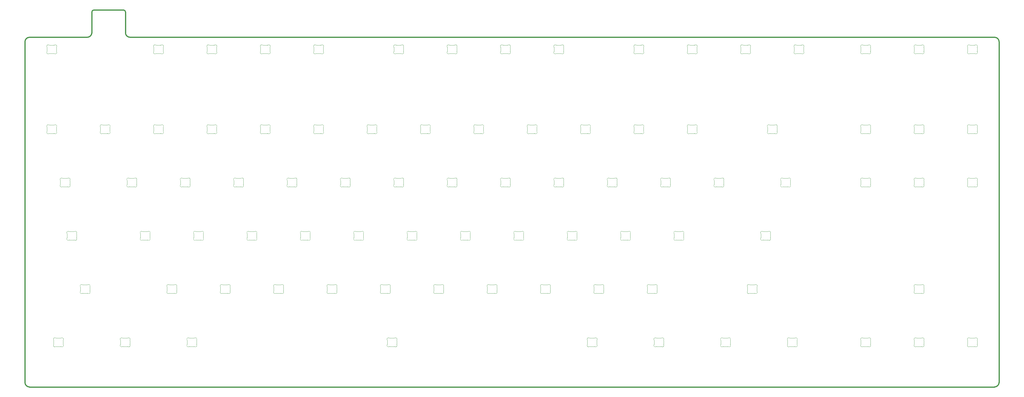
<source format=gbr>
%TF.GenerationSoftware,KiCad,Pcbnew,8.0.8*%
%TF.CreationDate,2025-02-03T11:25:15-05:00*%
%TF.ProjectId,keyboard_pcb,6b657962-6f61-4726-945f-7063622e6b69,rev?*%
%TF.SameCoordinates,Original*%
%TF.FileFunction,Profile,NP*%
%FSLAX46Y46*%
G04 Gerber Fmt 4.6, Leading zero omitted, Abs format (unit mm)*
G04 Created by KiCad (PCBNEW 8.0.8) date 2025-02-03 11:25:15*
%MOMM*%
%LPD*%
G01*
G04 APERTURE LIST*
%TA.AperFunction,Profile*%
%ADD10C,0.400000*%
%TD*%
%TA.AperFunction,Profile*%
%ADD11C,0.100000*%
%TD*%
G04 APERTURE END LIST*
D10*
X30126678Y-153350000D02*
G75*
G02*
X28525000Y-151650000I49162J1650840D01*
G01*
X376250000Y-151650000D02*
G75*
G02*
X374543174Y-153350000I-1703413J3413D01*
G01*
X374659918Y-28275000D02*
G75*
G02*
X376249999Y-29939798I-37357J-1627438D01*
G01*
X65997603Y-28275000D02*
G75*
G02*
X64409999Y-26603012I42191J1629795D01*
G01*
X28525000Y-29876678D02*
G75*
G02*
X30206826Y-28278107I1640197J-41626D01*
G01*
X52400000Y-26676430D02*
G75*
G02*
X50698498Y-28275000I-1650036J51466D01*
G01*
X30206826Y-28275000D02*
X50698498Y-28275000D01*
X65997603Y-28275000D02*
X374659918Y-28275000D01*
X52399927Y-19229987D02*
G75*
G02*
X53110000Y-18530000I699973J87D01*
G01*
X30126678Y-153350000D02*
X374543174Y-153350000D01*
X63710000Y-18530000D02*
G75*
G02*
X64410000Y-19230001I100J-699900D01*
G01*
X376250000Y-151650000D02*
X376250000Y-29939798D01*
X52400000Y-26676430D02*
X52400000Y-19229987D01*
X63710000Y-18530000D02*
X53110000Y-18530000D01*
X64410000Y-26603012D02*
X64410000Y-19230001D01*
X28525000Y-29876678D02*
X28525000Y-151650000D01*
D11*
%TO.C,LED23*%
X150700001Y-60472159D02*
X150700001Y-61877843D01*
X151605547Y-62675000D02*
X153194452Y-62675000D01*
X153194452Y-59675001D02*
X151605548Y-59675001D01*
X154099999Y-61877843D02*
X154099999Y-60472159D01*
X150650516Y-60255281D02*
G75*
G02*
X150700001Y-60472159I-450505J-216876D01*
G01*
X150650516Y-60255282D02*
G75*
G02*
X151353289Y-59606702I450514J216880D01*
G01*
X150700001Y-61877844D02*
G75*
G02*
X150650516Y-62094721I-499990J-1D01*
G01*
X151353289Y-62743299D02*
G75*
G02*
X150650516Y-62094721I-252258J431701D01*
G01*
X151353289Y-62743299D02*
G75*
G02*
X151605547Y-62675000I252261J-431710D01*
G01*
X151605548Y-59675001D02*
G75*
G02*
X151353289Y-59606702I2J500009D01*
G01*
X153194453Y-62675001D02*
G75*
G02*
X153446711Y-62743300I-3J-500009D01*
G01*
X153446710Y-59606702D02*
G75*
G02*
X153194452Y-59675000I-252260J431712D01*
G01*
X153446711Y-59606704D02*
G75*
G02*
X154149480Y-60255279I252259J-431696D01*
G01*
X154099999Y-60472158D02*
G75*
G02*
X154149484Y-60255281I500351J-82D01*
G01*
X154149484Y-62094721D02*
G75*
G02*
X153446711Y-62743300I-450514J-216879D01*
G01*
X154149484Y-62094721D02*
G75*
G02*
X154100010Y-61877843I450816J216921D01*
G01*
%TO.C,LED17*%
X36400001Y-60472159D02*
X36400001Y-61877843D01*
X37305547Y-62675000D02*
X38894452Y-62675000D01*
X38894452Y-59675001D02*
X37305548Y-59675001D01*
X39799999Y-61877843D02*
X39799999Y-60472159D01*
X36350516Y-60255281D02*
G75*
G02*
X36400001Y-60472159I-450505J-216876D01*
G01*
X36350516Y-60255282D02*
G75*
G02*
X37053289Y-59606702I450514J216880D01*
G01*
X36400001Y-61877844D02*
G75*
G02*
X36350516Y-62094721I-499990J-1D01*
G01*
X37053289Y-62743299D02*
G75*
G02*
X36350516Y-62094721I-252258J431701D01*
G01*
X37053289Y-62743299D02*
G75*
G02*
X37305547Y-62675000I252261J-431710D01*
G01*
X37305548Y-59675001D02*
G75*
G02*
X37053289Y-59606702I2J500009D01*
G01*
X38894453Y-62675001D02*
G75*
G02*
X39146711Y-62743300I-3J-500009D01*
G01*
X39146710Y-59606702D02*
G75*
G02*
X38894452Y-59675000I-252260J431712D01*
G01*
X39146711Y-59606704D02*
G75*
G02*
X39849480Y-60255279I252259J-431696D01*
G01*
X39799999Y-60472158D02*
G75*
G02*
X39849484Y-60255281I500351J-82D01*
G01*
X39849484Y-62094721D02*
G75*
G02*
X39146711Y-62743300I-450514J-216879D01*
G01*
X39849484Y-62094721D02*
G75*
G02*
X39800010Y-61877843I450816J216921D01*
G01*
%TO.C,LED43*%
X217375001Y-79522159D02*
X217375001Y-80927843D01*
X218280547Y-81725000D02*
X219869452Y-81725000D01*
X219869452Y-78725001D02*
X218280548Y-78725001D01*
X220774999Y-80927843D02*
X220774999Y-79522159D01*
X217325516Y-79305281D02*
G75*
G02*
X217375001Y-79522159I-450505J-216876D01*
G01*
X217325516Y-79305282D02*
G75*
G02*
X218028289Y-78656702I450514J216880D01*
G01*
X217375001Y-80927844D02*
G75*
G02*
X217325516Y-81144721I-499990J-1D01*
G01*
X218028289Y-81793299D02*
G75*
G02*
X217325516Y-81144721I-252258J431701D01*
G01*
X218028289Y-81793299D02*
G75*
G02*
X218280547Y-81725000I252261J-431710D01*
G01*
X218280548Y-78725001D02*
G75*
G02*
X218028289Y-78656702I2J500009D01*
G01*
X219869453Y-81725001D02*
G75*
G02*
X220121711Y-81793300I-3J-500009D01*
G01*
X220121710Y-78656702D02*
G75*
G02*
X219869452Y-78725000I-252260J431712D01*
G01*
X220121711Y-78656704D02*
G75*
G02*
X220824480Y-79305279I252259J-431696D01*
G01*
X220774999Y-79522158D02*
G75*
G02*
X220824484Y-79305281I500351J-82D01*
G01*
X220824484Y-81144721D02*
G75*
G02*
X220121711Y-81793300I-450514J-216879D01*
G01*
X220824484Y-81144721D02*
G75*
G02*
X220775010Y-80927843I450816J216921D01*
G01*
%TO.C,LED79*%
X86406251Y-136672159D02*
X86406251Y-138077843D01*
X87311797Y-138875000D02*
X88900702Y-138875000D01*
X88900702Y-135875001D02*
X87311798Y-135875001D01*
X89806249Y-138077843D02*
X89806249Y-136672159D01*
X86356766Y-136455281D02*
G75*
G02*
X86406251Y-136672159I-450505J-216876D01*
G01*
X86356766Y-136455282D02*
G75*
G02*
X87059539Y-135806702I450514J216880D01*
G01*
X86406251Y-138077844D02*
G75*
G02*
X86356766Y-138294721I-499990J-1D01*
G01*
X87059539Y-138943299D02*
G75*
G02*
X86356766Y-138294721I-252258J431701D01*
G01*
X87059539Y-138943299D02*
G75*
G02*
X87311797Y-138875000I252261J-431710D01*
G01*
X87311798Y-135875001D02*
G75*
G02*
X87059539Y-135806702I2J500009D01*
G01*
X88900703Y-138875001D02*
G75*
G02*
X89152961Y-138943300I-3J-500009D01*
G01*
X89152960Y-135806702D02*
G75*
G02*
X88900702Y-135875000I-252260J431712D01*
G01*
X89152961Y-135806704D02*
G75*
G02*
X89855730Y-136455279I252259J-431696D01*
G01*
X89806249Y-136672158D02*
G75*
G02*
X89855734Y-136455281I500351J-82D01*
G01*
X89855734Y-138294721D02*
G75*
G02*
X89152961Y-138943300I-450514J-216879D01*
G01*
X89855734Y-138294721D02*
G75*
G02*
X89806260Y-138077843I450816J216921D01*
G01*
%TO.C,LED29*%
X265000001Y-60472159D02*
X265000001Y-61877843D01*
X265905547Y-62675000D02*
X267494452Y-62675000D01*
X267494452Y-59675001D02*
X265905548Y-59675001D01*
X268399999Y-61877843D02*
X268399999Y-60472159D01*
X264950516Y-60255281D02*
G75*
G02*
X265000001Y-60472159I-450505J-216876D01*
G01*
X264950516Y-60255282D02*
G75*
G02*
X265653289Y-59606702I450514J216880D01*
G01*
X265000001Y-61877844D02*
G75*
G02*
X264950516Y-62094721I-499990J-1D01*
G01*
X265653289Y-62743299D02*
G75*
G02*
X264950516Y-62094721I-252258J431701D01*
G01*
X265653289Y-62743299D02*
G75*
G02*
X265905547Y-62675000I252261J-431710D01*
G01*
X265905548Y-59675001D02*
G75*
G02*
X265653289Y-59606702I2J500009D01*
G01*
X267494453Y-62675001D02*
G75*
G02*
X267746711Y-62743300I-3J-500009D01*
G01*
X267746710Y-59606702D02*
G75*
G02*
X267494452Y-59675000I-252260J431712D01*
G01*
X267746711Y-59606704D02*
G75*
G02*
X268449480Y-60255279I252259J-431696D01*
G01*
X268399999Y-60472158D02*
G75*
G02*
X268449484Y-60255281I500351J-82D01*
G01*
X268449484Y-62094721D02*
G75*
G02*
X267746711Y-62743300I-450514J-216879D01*
G01*
X268449484Y-62094721D02*
G75*
G02*
X268400010Y-61877843I450816J216921D01*
G01*
%TO.C,LED20*%
X93550001Y-60472159D02*
X93550001Y-61877843D01*
X94455547Y-62675000D02*
X96044452Y-62675000D01*
X96044452Y-59675001D02*
X94455548Y-59675001D01*
X96949999Y-61877843D02*
X96949999Y-60472159D01*
X93500516Y-60255281D02*
G75*
G02*
X93550001Y-60472159I-450505J-216876D01*
G01*
X93500516Y-60255282D02*
G75*
G02*
X94203289Y-59606702I450514J216880D01*
G01*
X93550001Y-61877844D02*
G75*
G02*
X93500516Y-62094721I-499990J-1D01*
G01*
X94203289Y-62743299D02*
G75*
G02*
X93500516Y-62094721I-252258J431701D01*
G01*
X94203289Y-62743299D02*
G75*
G02*
X94455547Y-62675000I252261J-431710D01*
G01*
X94455548Y-59675001D02*
G75*
G02*
X94203289Y-59606702I2J500009D01*
G01*
X96044453Y-62675001D02*
G75*
G02*
X96296711Y-62743300I-3J-500009D01*
G01*
X96296710Y-59606702D02*
G75*
G02*
X96044452Y-59675000I-252260J431712D01*
G01*
X96296711Y-59606704D02*
G75*
G02*
X96999480Y-60255279I252259J-431696D01*
G01*
X96949999Y-60472158D02*
G75*
G02*
X96999484Y-60255281I500351J-82D01*
G01*
X96999484Y-62094721D02*
G75*
G02*
X96296711Y-62743300I-450514J-216879D01*
G01*
X96999484Y-62094721D02*
G75*
G02*
X96950010Y-61877843I450816J216921D01*
G01*
%TO.C,LED1*%
X36400001Y-31897159D02*
X36400001Y-33302843D01*
X37305547Y-34100000D02*
X38894452Y-34100000D01*
X38894452Y-31100001D02*
X37305548Y-31100001D01*
X39799999Y-33302843D02*
X39799999Y-31897159D01*
X36350516Y-31680281D02*
G75*
G02*
X36400001Y-31897159I-450505J-216876D01*
G01*
X36350516Y-31680282D02*
G75*
G02*
X37053289Y-31031702I450514J216880D01*
G01*
X36400001Y-33302844D02*
G75*
G02*
X36350516Y-33519721I-499990J-1D01*
G01*
X37053289Y-34168299D02*
G75*
G02*
X36350516Y-33519721I-252258J431701D01*
G01*
X37053289Y-34168299D02*
G75*
G02*
X37305547Y-34100000I252261J-431710D01*
G01*
X37305548Y-31100001D02*
G75*
G02*
X37053289Y-31031702I2J500009D01*
G01*
X38894453Y-34100001D02*
G75*
G02*
X39146711Y-34168300I-3J-500009D01*
G01*
X39146710Y-31031702D02*
G75*
G02*
X38894452Y-31100000I-252260J431712D01*
G01*
X39146711Y-31031704D02*
G75*
G02*
X39849480Y-31680279I252259J-431696D01*
G01*
X39799999Y-31897158D02*
G75*
G02*
X39849484Y-31680281I500351J-82D01*
G01*
X39849484Y-33519721D02*
G75*
G02*
X39146711Y-34168300I-450514J-216879D01*
G01*
X39849484Y-33519721D02*
G75*
G02*
X39800010Y-33302843I450816J216921D01*
G01*
%TO.C,LED69*%
X155462501Y-117622159D02*
X155462501Y-119027843D01*
X156368047Y-119825000D02*
X157956952Y-119825000D01*
X157956952Y-116825001D02*
X156368048Y-116825001D01*
X158862499Y-119027843D02*
X158862499Y-117622159D01*
X155413016Y-117405281D02*
G75*
G02*
X155462501Y-117622159I-450505J-216876D01*
G01*
X155413016Y-117405282D02*
G75*
G02*
X156115789Y-116756702I450514J216880D01*
G01*
X155462501Y-119027844D02*
G75*
G02*
X155413016Y-119244721I-499990J-1D01*
G01*
X156115789Y-119893299D02*
G75*
G02*
X155413016Y-119244721I-252258J431701D01*
G01*
X156115789Y-119893299D02*
G75*
G02*
X156368047Y-119825000I252261J-431710D01*
G01*
X156368048Y-116825001D02*
G75*
G02*
X156115789Y-116756702I2J500009D01*
G01*
X157956953Y-119825001D02*
G75*
G02*
X158209211Y-119893300I-3J-500009D01*
G01*
X158209210Y-116756702D02*
G75*
G02*
X157956952Y-116825000I-252260J431712D01*
G01*
X158209211Y-116756704D02*
G75*
G02*
X158911980Y-117405279I252259J-431696D01*
G01*
X158862499Y-117622158D02*
G75*
G02*
X158911984Y-117405281I500351J-82D01*
G01*
X158911984Y-119244721D02*
G75*
G02*
X158209211Y-119893300I-450514J-216879D01*
G01*
X158911984Y-119244721D02*
G75*
G02*
X158862510Y-119027843I450816J216921D01*
G01*
%TO.C,LED77*%
X38781251Y-136672159D02*
X38781251Y-138077843D01*
X39686797Y-138875000D02*
X41275702Y-138875000D01*
X41275702Y-135875001D02*
X39686798Y-135875001D01*
X42181249Y-138077843D02*
X42181249Y-136672159D01*
X38731766Y-136455281D02*
G75*
G02*
X38781251Y-136672159I-450505J-216876D01*
G01*
X38731766Y-136455282D02*
G75*
G02*
X39434539Y-135806702I450514J216880D01*
G01*
X38781251Y-138077844D02*
G75*
G02*
X38731766Y-138294721I-499990J-1D01*
G01*
X39434539Y-138943299D02*
G75*
G02*
X38731766Y-138294721I-252258J431701D01*
G01*
X39434539Y-138943299D02*
G75*
G02*
X39686797Y-138875000I252261J-431710D01*
G01*
X39686798Y-135875001D02*
G75*
G02*
X39434539Y-135806702I2J500009D01*
G01*
X41275703Y-138875001D02*
G75*
G02*
X41527961Y-138943300I-3J-500009D01*
G01*
X41527960Y-135806702D02*
G75*
G02*
X41275702Y-135875000I-252260J431712D01*
G01*
X41527961Y-135806704D02*
G75*
G02*
X42230730Y-136455279I252259J-431696D01*
G01*
X42181249Y-136672158D02*
G75*
G02*
X42230734Y-136455281I500351J-82D01*
G01*
X42230734Y-138294721D02*
G75*
G02*
X41527961Y-138943300I-450514J-216879D01*
G01*
X42230734Y-138294721D02*
G75*
G02*
X42181260Y-138077843I450816J216921D01*
G01*
%TO.C,LED87*%
X365012501Y-136672159D02*
X365012501Y-138077843D01*
X365918047Y-138875000D02*
X367506952Y-138875000D01*
X367506952Y-135875001D02*
X365918048Y-135875001D01*
X368412499Y-138077843D02*
X368412499Y-136672159D01*
X364963016Y-136455281D02*
G75*
G02*
X365012501Y-136672159I-450505J-216876D01*
G01*
X364963016Y-136455282D02*
G75*
G02*
X365665789Y-135806702I450514J216880D01*
G01*
X365012501Y-138077844D02*
G75*
G02*
X364963016Y-138294721I-499990J-1D01*
G01*
X365665789Y-138943299D02*
G75*
G02*
X364963016Y-138294721I-252258J431701D01*
G01*
X365665789Y-138943299D02*
G75*
G02*
X365918047Y-138875000I252261J-431710D01*
G01*
X365918048Y-135875001D02*
G75*
G02*
X365665789Y-135806702I2J500009D01*
G01*
X367506953Y-138875001D02*
G75*
G02*
X367759211Y-138943300I-3J-500009D01*
G01*
X367759210Y-135806702D02*
G75*
G02*
X367506952Y-135875000I-252260J431712D01*
G01*
X367759211Y-135806704D02*
G75*
G02*
X368461980Y-136455279I252259J-431696D01*
G01*
X368412499Y-136672158D02*
G75*
G02*
X368461984Y-136455281I500351J-82D01*
G01*
X368461984Y-138294721D02*
G75*
G02*
X367759211Y-138943300I-450514J-216879D01*
G01*
X368461984Y-138294721D02*
G75*
G02*
X368412510Y-138077843I450816J216921D01*
G01*
%TO.C,LED34*%
X41162501Y-79522159D02*
X41162501Y-80927843D01*
X42068047Y-81725000D02*
X43656952Y-81725000D01*
X43656952Y-78725001D02*
X42068048Y-78725001D01*
X44562499Y-80927843D02*
X44562499Y-79522159D01*
X41113016Y-79305281D02*
G75*
G02*
X41162501Y-79522159I-450505J-216876D01*
G01*
X41113016Y-79305282D02*
G75*
G02*
X41815789Y-78656702I450514J216880D01*
G01*
X41162501Y-80927844D02*
G75*
G02*
X41113016Y-81144721I-499990J-1D01*
G01*
X41815789Y-81793299D02*
G75*
G02*
X41113016Y-81144721I-252258J431701D01*
G01*
X41815789Y-81793299D02*
G75*
G02*
X42068047Y-81725000I252261J-431710D01*
G01*
X42068048Y-78725001D02*
G75*
G02*
X41815789Y-78656702I2J500009D01*
G01*
X43656953Y-81725001D02*
G75*
G02*
X43909211Y-81793300I-3J-500009D01*
G01*
X43909210Y-78656702D02*
G75*
G02*
X43656952Y-78725000I-252260J431712D01*
G01*
X43909211Y-78656704D02*
G75*
G02*
X44611980Y-79305279I252259J-431696D01*
G01*
X44562499Y-79522158D02*
G75*
G02*
X44611984Y-79305281I500351J-82D01*
G01*
X44611984Y-81144721D02*
G75*
G02*
X43909211Y-81793300I-450514J-216879D01*
G01*
X44611984Y-81144721D02*
G75*
G02*
X44562510Y-80927843I450816J216921D01*
G01*
%TO.C,LED53*%
X88787501Y-98572159D02*
X88787501Y-99977843D01*
X89693047Y-100775000D02*
X91281952Y-100775000D01*
X91281952Y-97775001D02*
X89693048Y-97775001D01*
X92187499Y-99977843D02*
X92187499Y-98572159D01*
X88738016Y-98355281D02*
G75*
G02*
X88787501Y-98572159I-450505J-216876D01*
G01*
X88738016Y-98355282D02*
G75*
G02*
X89440789Y-97706702I450514J216880D01*
G01*
X88787501Y-99977844D02*
G75*
G02*
X88738016Y-100194721I-499990J-1D01*
G01*
X89440789Y-100843299D02*
G75*
G02*
X88738016Y-100194721I-252258J431701D01*
G01*
X89440789Y-100843299D02*
G75*
G02*
X89693047Y-100775000I252261J-431710D01*
G01*
X89693048Y-97775001D02*
G75*
G02*
X89440789Y-97706702I2J500009D01*
G01*
X91281953Y-100775001D02*
G75*
G02*
X91534211Y-100843300I-3J-500009D01*
G01*
X91534210Y-97706702D02*
G75*
G02*
X91281952Y-97775000I-252260J431712D01*
G01*
X91534211Y-97706704D02*
G75*
G02*
X92236980Y-98355279I252259J-431696D01*
G01*
X92187499Y-98572158D02*
G75*
G02*
X92236984Y-98355281I500351J-82D01*
G01*
X92236984Y-100194721D02*
G75*
G02*
X91534211Y-100843300I-450514J-216879D01*
G01*
X92236984Y-100194721D02*
G75*
G02*
X92187510Y-99977843I450816J216921D01*
G01*
%TO.C,LED28*%
X245950001Y-60472159D02*
X245950001Y-61877843D01*
X246855547Y-62675000D02*
X248444452Y-62675000D01*
X248444452Y-59675001D02*
X246855548Y-59675001D01*
X249349999Y-61877843D02*
X249349999Y-60472159D01*
X245900516Y-60255281D02*
G75*
G02*
X245950001Y-60472159I-450505J-216876D01*
G01*
X245900516Y-60255282D02*
G75*
G02*
X246603289Y-59606702I450514J216880D01*
G01*
X245950001Y-61877844D02*
G75*
G02*
X245900516Y-62094721I-499990J-1D01*
G01*
X246603289Y-62743299D02*
G75*
G02*
X245900516Y-62094721I-252258J431701D01*
G01*
X246603289Y-62743299D02*
G75*
G02*
X246855547Y-62675000I252261J-431710D01*
G01*
X246855548Y-59675001D02*
G75*
G02*
X246603289Y-59606702I2J500009D01*
G01*
X248444453Y-62675001D02*
G75*
G02*
X248696711Y-62743300I-3J-500009D01*
G01*
X248696710Y-59606702D02*
G75*
G02*
X248444452Y-59675000I-252260J431712D01*
G01*
X248696711Y-59606704D02*
G75*
G02*
X249399480Y-60255279I252259J-431696D01*
G01*
X249349999Y-60472158D02*
G75*
G02*
X249399484Y-60255281I500351J-82D01*
G01*
X249399484Y-62094721D02*
G75*
G02*
X248696711Y-62743300I-450514J-216879D01*
G01*
X249399484Y-62094721D02*
G75*
G02*
X249350010Y-61877843I450816J216921D01*
G01*
%TO.C,LED32*%
X345962501Y-60472159D02*
X345962501Y-61877843D01*
X346868047Y-62675000D02*
X348456952Y-62675000D01*
X348456952Y-59675001D02*
X346868048Y-59675001D01*
X349362499Y-61877843D02*
X349362499Y-60472159D01*
X345913016Y-60255281D02*
G75*
G02*
X345962501Y-60472159I-450505J-216876D01*
G01*
X345913016Y-60255282D02*
G75*
G02*
X346615789Y-59606702I450514J216880D01*
G01*
X345962501Y-61877844D02*
G75*
G02*
X345913016Y-62094721I-499990J-1D01*
G01*
X346615789Y-62743299D02*
G75*
G02*
X345913016Y-62094721I-252258J431701D01*
G01*
X346615789Y-62743299D02*
G75*
G02*
X346868047Y-62675000I252261J-431710D01*
G01*
X346868048Y-59675001D02*
G75*
G02*
X346615789Y-59606702I2J500009D01*
G01*
X348456953Y-62675001D02*
G75*
G02*
X348709211Y-62743300I-3J-500009D01*
G01*
X348709210Y-59606702D02*
G75*
G02*
X348456952Y-59675000I-252260J431712D01*
G01*
X348709211Y-59606704D02*
G75*
G02*
X349411980Y-60255279I252259J-431696D01*
G01*
X349362499Y-60472158D02*
G75*
G02*
X349411984Y-60255281I500351J-82D01*
G01*
X349411984Y-62094721D02*
G75*
G02*
X348709211Y-62743300I-450514J-216879D01*
G01*
X349411984Y-62094721D02*
G75*
G02*
X349362510Y-61877843I450816J216921D01*
G01*
%TO.C,LED76*%
X345962501Y-117622159D02*
X345962501Y-119027843D01*
X346868047Y-119825000D02*
X348456952Y-119825000D01*
X348456952Y-116825001D02*
X346868048Y-116825001D01*
X349362499Y-119027843D02*
X349362499Y-117622159D01*
X345913016Y-117405281D02*
G75*
G02*
X345962501Y-117622159I-450505J-216876D01*
G01*
X345913016Y-117405282D02*
G75*
G02*
X346615789Y-116756702I450514J216880D01*
G01*
X345962501Y-119027844D02*
G75*
G02*
X345913016Y-119244721I-499990J-1D01*
G01*
X346615789Y-119893299D02*
G75*
G02*
X345913016Y-119244721I-252258J431701D01*
G01*
X346615789Y-119893299D02*
G75*
G02*
X346868047Y-119825000I252261J-431710D01*
G01*
X346868048Y-116825001D02*
G75*
G02*
X346615789Y-116756702I2J500009D01*
G01*
X348456953Y-119825001D02*
G75*
G02*
X348709211Y-119893300I-3J-500009D01*
G01*
X348709210Y-116756702D02*
G75*
G02*
X348456952Y-116825000I-252260J431712D01*
G01*
X348709211Y-116756704D02*
G75*
G02*
X349411980Y-117405279I252259J-431696D01*
G01*
X349362499Y-117622158D02*
G75*
G02*
X349411984Y-117405281I500351J-82D01*
G01*
X349411984Y-119244721D02*
G75*
G02*
X348709211Y-119893300I-450514J-216879D01*
G01*
X349411984Y-119244721D02*
G75*
G02*
X349362510Y-119027843I450816J216921D01*
G01*
%TO.C,LED75*%
X286431251Y-117622159D02*
X286431251Y-119027843D01*
X287336797Y-119825000D02*
X288925702Y-119825000D01*
X288925702Y-116825001D02*
X287336798Y-116825001D01*
X289831249Y-119027843D02*
X289831249Y-117622159D01*
X286381766Y-117405281D02*
G75*
G02*
X286431251Y-117622159I-450505J-216876D01*
G01*
X286381766Y-117405282D02*
G75*
G02*
X287084539Y-116756702I450514J216880D01*
G01*
X286431251Y-119027844D02*
G75*
G02*
X286381766Y-119244721I-499990J-1D01*
G01*
X287084539Y-119893299D02*
G75*
G02*
X286381766Y-119244721I-252258J431701D01*
G01*
X287084539Y-119893299D02*
G75*
G02*
X287336797Y-119825000I252261J-431710D01*
G01*
X287336798Y-116825001D02*
G75*
G02*
X287084539Y-116756702I2J500009D01*
G01*
X288925703Y-119825001D02*
G75*
G02*
X289177961Y-119893300I-3J-500009D01*
G01*
X289177960Y-116756702D02*
G75*
G02*
X288925702Y-116825000I-252260J431712D01*
G01*
X289177961Y-116756704D02*
G75*
G02*
X289880730Y-117405279I252259J-431696D01*
G01*
X289831249Y-117622158D02*
G75*
G02*
X289880734Y-117405281I500351J-82D01*
G01*
X289880734Y-119244721D02*
G75*
G02*
X289177961Y-119893300I-450514J-216879D01*
G01*
X289880734Y-119244721D02*
G75*
G02*
X289831260Y-119027843I450816J216921D01*
G01*
%TO.C,LED78*%
X62593751Y-136672159D02*
X62593751Y-138077843D01*
X63499297Y-138875000D02*
X65088202Y-138875000D01*
X65088202Y-135875001D02*
X63499298Y-135875001D01*
X65993749Y-138077843D02*
X65993749Y-136672159D01*
X62544266Y-136455281D02*
G75*
G02*
X62593751Y-136672159I-450505J-216876D01*
G01*
X62544266Y-136455282D02*
G75*
G02*
X63247039Y-135806702I450514J216880D01*
G01*
X62593751Y-138077844D02*
G75*
G02*
X62544266Y-138294721I-499990J-1D01*
G01*
X63247039Y-138943299D02*
G75*
G02*
X62544266Y-138294721I-252258J431701D01*
G01*
X63247039Y-138943299D02*
G75*
G02*
X63499297Y-138875000I252261J-431710D01*
G01*
X63499298Y-135875001D02*
G75*
G02*
X63247039Y-135806702I2J500009D01*
G01*
X65088203Y-138875001D02*
G75*
G02*
X65340461Y-138943300I-3J-500009D01*
G01*
X65340460Y-135806702D02*
G75*
G02*
X65088202Y-135875000I-252260J431712D01*
G01*
X65340461Y-135806704D02*
G75*
G02*
X66043230Y-136455279I252259J-431696D01*
G01*
X65993749Y-136672158D02*
G75*
G02*
X66043234Y-136455281I500351J-82D01*
G01*
X66043234Y-138294721D02*
G75*
G02*
X65340461Y-138943300I-450514J-216879D01*
G01*
X66043234Y-138294721D02*
G75*
G02*
X65993760Y-138077843I450816J216921D01*
G01*
%TO.C,LED70*%
X174512501Y-117622159D02*
X174512501Y-119027843D01*
X175418047Y-119825000D02*
X177006952Y-119825000D01*
X177006952Y-116825001D02*
X175418048Y-116825001D01*
X177912499Y-119027843D02*
X177912499Y-117622159D01*
X174463016Y-117405281D02*
G75*
G02*
X174512501Y-117622159I-450505J-216876D01*
G01*
X174463016Y-117405282D02*
G75*
G02*
X175165789Y-116756702I450514J216880D01*
G01*
X174512501Y-119027844D02*
G75*
G02*
X174463016Y-119244721I-499990J-1D01*
G01*
X175165789Y-119893299D02*
G75*
G02*
X174463016Y-119244721I-252258J431701D01*
G01*
X175165789Y-119893299D02*
G75*
G02*
X175418047Y-119825000I252261J-431710D01*
G01*
X175418048Y-116825001D02*
G75*
G02*
X175165789Y-116756702I2J500009D01*
G01*
X177006953Y-119825001D02*
G75*
G02*
X177259211Y-119893300I-3J-500009D01*
G01*
X177259210Y-116756702D02*
G75*
G02*
X177006952Y-116825000I-252260J431712D01*
G01*
X177259211Y-116756704D02*
G75*
G02*
X177961980Y-117405279I252259J-431696D01*
G01*
X177912499Y-117622158D02*
G75*
G02*
X177961984Y-117405281I500351J-82D01*
G01*
X177961984Y-119244721D02*
G75*
G02*
X177259211Y-119893300I-450514J-216879D01*
G01*
X177961984Y-119244721D02*
G75*
G02*
X177912510Y-119027843I450816J216921D01*
G01*
%TO.C,LED50*%
X365012501Y-79522159D02*
X365012501Y-80927843D01*
X365918047Y-81725000D02*
X367506952Y-81725000D01*
X367506952Y-78725001D02*
X365918048Y-78725001D01*
X368412499Y-80927843D02*
X368412499Y-79522159D01*
X364963016Y-79305281D02*
G75*
G02*
X365012501Y-79522159I-450505J-216876D01*
G01*
X364963016Y-79305282D02*
G75*
G02*
X365665789Y-78656702I450514J216880D01*
G01*
X365012501Y-80927844D02*
G75*
G02*
X364963016Y-81144721I-499990J-1D01*
G01*
X365665789Y-81793299D02*
G75*
G02*
X364963016Y-81144721I-252258J431701D01*
G01*
X365665789Y-81793299D02*
G75*
G02*
X365918047Y-81725000I252261J-431710D01*
G01*
X365918048Y-78725001D02*
G75*
G02*
X365665789Y-78656702I2J500009D01*
G01*
X367506953Y-81725001D02*
G75*
G02*
X367759211Y-81793300I-3J-500009D01*
G01*
X367759210Y-78656702D02*
G75*
G02*
X367506952Y-78725000I-252260J431712D01*
G01*
X367759211Y-78656704D02*
G75*
G02*
X368461980Y-79305279I252259J-431696D01*
G01*
X368412499Y-79522158D02*
G75*
G02*
X368461984Y-79305281I500351J-82D01*
G01*
X368461984Y-81144721D02*
G75*
G02*
X367759211Y-81793300I-450514J-216879D01*
G01*
X368461984Y-81144721D02*
G75*
G02*
X368412510Y-80927843I450816J216921D01*
G01*
%TO.C,LED16*%
X365012501Y-31897159D02*
X365012501Y-33302843D01*
X365918047Y-34100000D02*
X367506952Y-34100000D01*
X367506952Y-31100001D02*
X365918048Y-31100001D01*
X368412499Y-33302843D02*
X368412499Y-31897159D01*
X364963016Y-31680281D02*
G75*
G02*
X365012501Y-31897159I-450505J-216876D01*
G01*
X364963016Y-31680282D02*
G75*
G02*
X365665789Y-31031702I450514J216880D01*
G01*
X365012501Y-33302844D02*
G75*
G02*
X364963016Y-33519721I-499990J-1D01*
G01*
X365665789Y-34168299D02*
G75*
G02*
X364963016Y-33519721I-252258J431701D01*
G01*
X365665789Y-34168299D02*
G75*
G02*
X365918047Y-34100000I252261J-431710D01*
G01*
X365918048Y-31100001D02*
G75*
G02*
X365665789Y-31031702I2J500009D01*
G01*
X367506953Y-34100001D02*
G75*
G02*
X367759211Y-34168300I-3J-500009D01*
G01*
X367759210Y-31031702D02*
G75*
G02*
X367506952Y-31100000I-252260J431712D01*
G01*
X367759211Y-31031704D02*
G75*
G02*
X368461980Y-31680279I252259J-431696D01*
G01*
X368412499Y-31897158D02*
G75*
G02*
X368461984Y-31680281I500351J-82D01*
G01*
X368461984Y-33519721D02*
G75*
G02*
X367759211Y-34168300I-450514J-216879D01*
G01*
X368461984Y-33519721D02*
G75*
G02*
X368412510Y-33302843I450816J216921D01*
G01*
%TO.C,LED33*%
X365012501Y-60472159D02*
X365012501Y-61877843D01*
X365918047Y-62675000D02*
X367506952Y-62675000D01*
X367506952Y-59675001D02*
X365918048Y-59675001D01*
X368412499Y-61877843D02*
X368412499Y-60472159D01*
X364963016Y-60255281D02*
G75*
G02*
X365012501Y-60472159I-450505J-216876D01*
G01*
X364963016Y-60255282D02*
G75*
G02*
X365665789Y-59606702I450514J216880D01*
G01*
X365012501Y-61877844D02*
G75*
G02*
X364963016Y-62094721I-499990J-1D01*
G01*
X365665789Y-62743299D02*
G75*
G02*
X364963016Y-62094721I-252258J431701D01*
G01*
X365665789Y-62743299D02*
G75*
G02*
X365918047Y-62675000I252261J-431710D01*
G01*
X365918048Y-59675001D02*
G75*
G02*
X365665789Y-59606702I2J500009D01*
G01*
X367506953Y-62675001D02*
G75*
G02*
X367759211Y-62743300I-3J-500009D01*
G01*
X367759210Y-59606702D02*
G75*
G02*
X367506952Y-59675000I-252260J431712D01*
G01*
X367759211Y-59606704D02*
G75*
G02*
X368461980Y-60255279I252259J-431696D01*
G01*
X368412499Y-60472158D02*
G75*
G02*
X368461984Y-60255281I500351J-82D01*
G01*
X368461984Y-62094721D02*
G75*
G02*
X367759211Y-62743300I-450514J-216879D01*
G01*
X368461984Y-62094721D02*
G75*
G02*
X368412510Y-61877843I450816J216921D01*
G01*
%TO.C,LED42*%
X198325001Y-79522159D02*
X198325001Y-80927843D01*
X199230547Y-81725000D02*
X200819452Y-81725000D01*
X200819452Y-78725001D02*
X199230548Y-78725001D01*
X201724999Y-80927843D02*
X201724999Y-79522159D01*
X198275516Y-79305281D02*
G75*
G02*
X198325001Y-79522159I-450505J-216876D01*
G01*
X198275516Y-79305282D02*
G75*
G02*
X198978289Y-78656702I450514J216880D01*
G01*
X198325001Y-80927844D02*
G75*
G02*
X198275516Y-81144721I-499990J-1D01*
G01*
X198978289Y-81793299D02*
G75*
G02*
X198275516Y-81144721I-252258J431701D01*
G01*
X198978289Y-81793299D02*
G75*
G02*
X199230547Y-81725000I252261J-431710D01*
G01*
X199230548Y-78725001D02*
G75*
G02*
X198978289Y-78656702I2J500009D01*
G01*
X200819453Y-81725001D02*
G75*
G02*
X201071711Y-81793300I-3J-500009D01*
G01*
X201071710Y-78656702D02*
G75*
G02*
X200819452Y-78725000I-252260J431712D01*
G01*
X201071711Y-78656704D02*
G75*
G02*
X201774480Y-79305279I252259J-431696D01*
G01*
X201724999Y-79522158D02*
G75*
G02*
X201774484Y-79305281I500351J-82D01*
G01*
X201774484Y-81144721D02*
G75*
G02*
X201071711Y-81793300I-450514J-216879D01*
G01*
X201774484Y-81144721D02*
G75*
G02*
X201725010Y-80927843I450816J216921D01*
G01*
%TO.C,LED30*%
X293575001Y-60472159D02*
X293575001Y-61877843D01*
X294480547Y-62675000D02*
X296069452Y-62675000D01*
X296069452Y-59675001D02*
X294480548Y-59675001D01*
X296974999Y-61877843D02*
X296974999Y-60472159D01*
X293525516Y-60255281D02*
G75*
G02*
X293575001Y-60472159I-450505J-216876D01*
G01*
X293525516Y-60255282D02*
G75*
G02*
X294228289Y-59606702I450514J216880D01*
G01*
X293575001Y-61877844D02*
G75*
G02*
X293525516Y-62094721I-499990J-1D01*
G01*
X294228289Y-62743299D02*
G75*
G02*
X293525516Y-62094721I-252258J431701D01*
G01*
X294228289Y-62743299D02*
G75*
G02*
X294480547Y-62675000I252261J-431710D01*
G01*
X294480548Y-59675001D02*
G75*
G02*
X294228289Y-59606702I2J500009D01*
G01*
X296069453Y-62675001D02*
G75*
G02*
X296321711Y-62743300I-3J-500009D01*
G01*
X296321710Y-59606702D02*
G75*
G02*
X296069452Y-59675000I-252260J431712D01*
G01*
X296321711Y-59606704D02*
G75*
G02*
X297024480Y-60255279I252259J-431696D01*
G01*
X296974999Y-60472158D02*
G75*
G02*
X297024484Y-60255281I500351J-82D01*
G01*
X297024484Y-62094721D02*
G75*
G02*
X296321711Y-62743300I-450514J-216879D01*
G01*
X297024484Y-62094721D02*
G75*
G02*
X296975010Y-61877843I450816J216921D01*
G01*
%TO.C,LED60*%
X222137501Y-98572159D02*
X222137501Y-99977843D01*
X223043047Y-100775000D02*
X224631952Y-100775000D01*
X224631952Y-97775001D02*
X223043048Y-97775001D01*
X225537499Y-99977843D02*
X225537499Y-98572159D01*
X222088016Y-98355281D02*
G75*
G02*
X222137501Y-98572159I-450505J-216876D01*
G01*
X222088016Y-98355282D02*
G75*
G02*
X222790789Y-97706702I450514J216880D01*
G01*
X222137501Y-99977844D02*
G75*
G02*
X222088016Y-100194721I-499990J-1D01*
G01*
X222790789Y-100843299D02*
G75*
G02*
X222088016Y-100194721I-252258J431701D01*
G01*
X222790789Y-100843299D02*
G75*
G02*
X223043047Y-100775000I252261J-431710D01*
G01*
X223043048Y-97775001D02*
G75*
G02*
X222790789Y-97706702I2J500009D01*
G01*
X224631953Y-100775001D02*
G75*
G02*
X224884211Y-100843300I-3J-500009D01*
G01*
X224884210Y-97706702D02*
G75*
G02*
X224631952Y-97775000I-252260J431712D01*
G01*
X224884211Y-97706704D02*
G75*
G02*
X225586980Y-98355279I252259J-431696D01*
G01*
X225537499Y-98572158D02*
G75*
G02*
X225586984Y-98355281I500351J-82D01*
G01*
X225586984Y-100194721D02*
G75*
G02*
X224884211Y-100843300I-450514J-216879D01*
G01*
X225586984Y-100194721D02*
G75*
G02*
X225537510Y-99977843I450816J216921D01*
G01*
%TO.C,LED6*%
X160225001Y-31897159D02*
X160225001Y-33302843D01*
X161130547Y-34100000D02*
X162719452Y-34100000D01*
X162719452Y-31100001D02*
X161130548Y-31100001D01*
X163624999Y-33302843D02*
X163624999Y-31897159D01*
X160175516Y-31680281D02*
G75*
G02*
X160225001Y-31897159I-450505J-216876D01*
G01*
X160175516Y-31680282D02*
G75*
G02*
X160878289Y-31031702I450514J216880D01*
G01*
X160225001Y-33302844D02*
G75*
G02*
X160175516Y-33519721I-499990J-1D01*
G01*
X160878289Y-34168299D02*
G75*
G02*
X160175516Y-33519721I-252258J431701D01*
G01*
X160878289Y-34168299D02*
G75*
G02*
X161130547Y-34100000I252261J-431710D01*
G01*
X161130548Y-31100001D02*
G75*
G02*
X160878289Y-31031702I2J500009D01*
G01*
X162719453Y-34100001D02*
G75*
G02*
X162971711Y-34168300I-3J-500009D01*
G01*
X162971710Y-31031702D02*
G75*
G02*
X162719452Y-31100000I-252260J431712D01*
G01*
X162971711Y-31031704D02*
G75*
G02*
X163674480Y-31680279I252259J-431696D01*
G01*
X163624999Y-31897158D02*
G75*
G02*
X163674484Y-31680281I500351J-82D01*
G01*
X163674484Y-33519721D02*
G75*
G02*
X162971711Y-34168300I-450514J-216879D01*
G01*
X163674484Y-33519721D02*
G75*
G02*
X163625010Y-33302843I450816J216921D01*
G01*
%TO.C,LED71*%
X193562501Y-117622159D02*
X193562501Y-119027843D01*
X194468047Y-119825000D02*
X196056952Y-119825000D01*
X196056952Y-116825001D02*
X194468048Y-116825001D01*
X196962499Y-119027843D02*
X196962499Y-117622159D01*
X193513016Y-117405281D02*
G75*
G02*
X193562501Y-117622159I-450505J-216876D01*
G01*
X193513016Y-117405282D02*
G75*
G02*
X194215789Y-116756702I450514J216880D01*
G01*
X193562501Y-119027844D02*
G75*
G02*
X193513016Y-119244721I-499990J-1D01*
G01*
X194215789Y-119893299D02*
G75*
G02*
X193513016Y-119244721I-252258J431701D01*
G01*
X194215789Y-119893299D02*
G75*
G02*
X194468047Y-119825000I252261J-431710D01*
G01*
X194468048Y-116825001D02*
G75*
G02*
X194215789Y-116756702I2J500009D01*
G01*
X196056953Y-119825001D02*
G75*
G02*
X196309211Y-119893300I-3J-500009D01*
G01*
X196309210Y-116756702D02*
G75*
G02*
X196056952Y-116825000I-252260J431712D01*
G01*
X196309211Y-116756704D02*
G75*
G02*
X197011980Y-117405279I252259J-431696D01*
G01*
X196962499Y-117622158D02*
G75*
G02*
X197011984Y-117405281I500351J-82D01*
G01*
X197011984Y-119244721D02*
G75*
G02*
X196309211Y-119893300I-450514J-216879D01*
G01*
X197011984Y-119244721D02*
G75*
G02*
X196962510Y-119027843I450816J216921D01*
G01*
%TO.C,LED11*%
X265000001Y-31897159D02*
X265000001Y-33302843D01*
X265905547Y-34100000D02*
X267494452Y-34100000D01*
X267494452Y-31100001D02*
X265905548Y-31100001D01*
X268399999Y-33302843D02*
X268399999Y-31897159D01*
X264950516Y-31680281D02*
G75*
G02*
X265000001Y-31897159I-450505J-216876D01*
G01*
X264950516Y-31680282D02*
G75*
G02*
X265653289Y-31031702I450514J216880D01*
G01*
X265000001Y-33302844D02*
G75*
G02*
X264950516Y-33519721I-499990J-1D01*
G01*
X265653289Y-34168299D02*
G75*
G02*
X264950516Y-33519721I-252258J431701D01*
G01*
X265653289Y-34168299D02*
G75*
G02*
X265905547Y-34100000I252261J-431710D01*
G01*
X265905548Y-31100001D02*
G75*
G02*
X265653289Y-31031702I2J500009D01*
G01*
X267494453Y-34100001D02*
G75*
G02*
X267746711Y-34168300I-3J-500009D01*
G01*
X267746710Y-31031702D02*
G75*
G02*
X267494452Y-31100000I-252260J431712D01*
G01*
X267746711Y-31031704D02*
G75*
G02*
X268449480Y-31680279I252259J-431696D01*
G01*
X268399999Y-31897158D02*
G75*
G02*
X268449484Y-31680281I500351J-82D01*
G01*
X268449484Y-33519721D02*
G75*
G02*
X267746711Y-34168300I-450514J-216879D01*
G01*
X268449484Y-33519721D02*
G75*
G02*
X268400010Y-33302843I450816J216921D01*
G01*
%TO.C,LED51*%
X43543751Y-98572159D02*
X43543751Y-99977843D01*
X44449297Y-100775000D02*
X46038202Y-100775000D01*
X46038202Y-97775001D02*
X44449298Y-97775001D01*
X46943749Y-99977843D02*
X46943749Y-98572159D01*
X43494266Y-98355281D02*
G75*
G02*
X43543751Y-98572159I-450505J-216876D01*
G01*
X43494266Y-98355282D02*
G75*
G02*
X44197039Y-97706702I450514J216880D01*
G01*
X43543751Y-99977844D02*
G75*
G02*
X43494266Y-100194721I-499990J-1D01*
G01*
X44197039Y-100843299D02*
G75*
G02*
X43494266Y-100194721I-252258J431701D01*
G01*
X44197039Y-100843299D02*
G75*
G02*
X44449297Y-100775000I252261J-431710D01*
G01*
X44449298Y-97775001D02*
G75*
G02*
X44197039Y-97706702I2J500009D01*
G01*
X46038203Y-100775001D02*
G75*
G02*
X46290461Y-100843300I-3J-500009D01*
G01*
X46290460Y-97706702D02*
G75*
G02*
X46038202Y-97775000I-252260J431712D01*
G01*
X46290461Y-97706704D02*
G75*
G02*
X46993230Y-98355279I252259J-431696D01*
G01*
X46943749Y-98572158D02*
G75*
G02*
X46993234Y-98355281I500351J-82D01*
G01*
X46993234Y-100194721D02*
G75*
G02*
X46290461Y-100843300I-450514J-216879D01*
G01*
X46993234Y-100194721D02*
G75*
G02*
X46943760Y-99977843I450816J216921D01*
G01*
%TO.C,LED63*%
X291193751Y-98572159D02*
X291193751Y-99977843D01*
X292099297Y-100775000D02*
X293688202Y-100775000D01*
X293688202Y-97775001D02*
X292099298Y-97775001D01*
X294593749Y-99977843D02*
X294593749Y-98572159D01*
X291144266Y-98355281D02*
G75*
G02*
X291193751Y-98572159I-450505J-216876D01*
G01*
X291144266Y-98355282D02*
G75*
G02*
X291847039Y-97706702I450514J216880D01*
G01*
X291193751Y-99977844D02*
G75*
G02*
X291144266Y-100194721I-499990J-1D01*
G01*
X291847039Y-100843299D02*
G75*
G02*
X291144266Y-100194721I-252258J431701D01*
G01*
X291847039Y-100843299D02*
G75*
G02*
X292099297Y-100775000I252261J-431710D01*
G01*
X292099298Y-97775001D02*
G75*
G02*
X291847039Y-97706702I2J500009D01*
G01*
X293688203Y-100775001D02*
G75*
G02*
X293940461Y-100843300I-3J-500009D01*
G01*
X293940460Y-97706702D02*
G75*
G02*
X293688202Y-97775000I-252260J431712D01*
G01*
X293940461Y-97706704D02*
G75*
G02*
X294643230Y-98355279I252259J-431696D01*
G01*
X294593749Y-98572158D02*
G75*
G02*
X294643234Y-98355281I500351J-82D01*
G01*
X294643234Y-100194721D02*
G75*
G02*
X293940461Y-100843300I-450514J-216879D01*
G01*
X294643234Y-100194721D02*
G75*
G02*
X294593760Y-99977843I450816J216921D01*
G01*
%TO.C,LED15*%
X345962501Y-31897159D02*
X345962501Y-33302843D01*
X346868047Y-34100000D02*
X348456952Y-34100000D01*
X348456952Y-31100001D02*
X346868048Y-31100001D01*
X349362499Y-33302843D02*
X349362499Y-31897159D01*
X345913016Y-31680281D02*
G75*
G02*
X345962501Y-31897159I-450505J-216876D01*
G01*
X345913016Y-31680282D02*
G75*
G02*
X346615789Y-31031702I450514J216880D01*
G01*
X345962501Y-33302844D02*
G75*
G02*
X345913016Y-33519721I-499990J-1D01*
G01*
X346615789Y-34168299D02*
G75*
G02*
X345913016Y-33519721I-252258J431701D01*
G01*
X346615789Y-34168299D02*
G75*
G02*
X346868047Y-34100000I252261J-431710D01*
G01*
X346868048Y-31100001D02*
G75*
G02*
X346615789Y-31031702I2J500009D01*
G01*
X348456953Y-34100001D02*
G75*
G02*
X348709211Y-34168300I-3J-500009D01*
G01*
X348709210Y-31031702D02*
G75*
G02*
X348456952Y-31100000I-252260J431712D01*
G01*
X348709211Y-31031704D02*
G75*
G02*
X349411980Y-31680279I252259J-431696D01*
G01*
X349362499Y-31897158D02*
G75*
G02*
X349411984Y-31680281I500351J-82D01*
G01*
X349411984Y-33519721D02*
G75*
G02*
X348709211Y-34168300I-450514J-216879D01*
G01*
X349411984Y-33519721D02*
G75*
G02*
X349362510Y-33302843I450816J216921D01*
G01*
%TO.C,LED19*%
X74500001Y-60472159D02*
X74500001Y-61877843D01*
X75405547Y-62675000D02*
X76994452Y-62675000D01*
X76994452Y-59675001D02*
X75405548Y-59675001D01*
X77899999Y-61877843D02*
X77899999Y-60472159D01*
X74450516Y-60255281D02*
G75*
G02*
X74500001Y-60472159I-450505J-216876D01*
G01*
X74450516Y-60255282D02*
G75*
G02*
X75153289Y-59606702I450514J216880D01*
G01*
X74500001Y-61877844D02*
G75*
G02*
X74450516Y-62094721I-499990J-1D01*
G01*
X75153289Y-62743299D02*
G75*
G02*
X74450516Y-62094721I-252258J431701D01*
G01*
X75153289Y-62743299D02*
G75*
G02*
X75405547Y-62675000I252261J-431710D01*
G01*
X75405548Y-59675001D02*
G75*
G02*
X75153289Y-59606702I2J500009D01*
G01*
X76994453Y-62675001D02*
G75*
G02*
X77246711Y-62743300I-3J-500009D01*
G01*
X77246710Y-59606702D02*
G75*
G02*
X76994452Y-59675000I-252260J431712D01*
G01*
X77246711Y-59606704D02*
G75*
G02*
X77949480Y-60255279I252259J-431696D01*
G01*
X77899999Y-60472158D02*
G75*
G02*
X77949484Y-60255281I500351J-82D01*
G01*
X77949484Y-62094721D02*
G75*
G02*
X77246711Y-62743300I-450514J-216879D01*
G01*
X77949484Y-62094721D02*
G75*
G02*
X77900010Y-61877843I450816J216921D01*
G01*
%TO.C,LED7*%
X179275001Y-31897159D02*
X179275001Y-33302843D01*
X180180547Y-34100000D02*
X181769452Y-34100000D01*
X181769452Y-31100001D02*
X180180548Y-31100001D01*
X182674999Y-33302843D02*
X182674999Y-31897159D01*
X179225516Y-31680281D02*
G75*
G02*
X179275001Y-31897159I-450505J-216876D01*
G01*
X179225516Y-31680282D02*
G75*
G02*
X179928289Y-31031702I450514J216880D01*
G01*
X179275001Y-33302844D02*
G75*
G02*
X179225516Y-33519721I-499990J-1D01*
G01*
X179928289Y-34168299D02*
G75*
G02*
X179225516Y-33519721I-252258J431701D01*
G01*
X179928289Y-34168299D02*
G75*
G02*
X180180547Y-34100000I252261J-431710D01*
G01*
X180180548Y-31100001D02*
G75*
G02*
X179928289Y-31031702I2J500009D01*
G01*
X181769453Y-34100001D02*
G75*
G02*
X182021711Y-34168300I-3J-500009D01*
G01*
X182021710Y-31031702D02*
G75*
G02*
X181769452Y-31100000I-252260J431712D01*
G01*
X182021711Y-31031704D02*
G75*
G02*
X182724480Y-31680279I252259J-431696D01*
G01*
X182674999Y-31897158D02*
G75*
G02*
X182724484Y-31680281I500351J-82D01*
G01*
X182724484Y-33519721D02*
G75*
G02*
X182021711Y-34168300I-450514J-216879D01*
G01*
X182724484Y-33519721D02*
G75*
G02*
X182675010Y-33302843I450816J216921D01*
G01*
%TO.C,LED85*%
X326912501Y-136672159D02*
X326912501Y-138077843D01*
X327818047Y-138875000D02*
X329406952Y-138875000D01*
X329406952Y-135875001D02*
X327818048Y-135875001D01*
X330312499Y-138077843D02*
X330312499Y-136672159D01*
X326863016Y-136455281D02*
G75*
G02*
X326912501Y-136672159I-450505J-216876D01*
G01*
X326863016Y-136455282D02*
G75*
G02*
X327565789Y-135806702I450514J216880D01*
G01*
X326912501Y-138077844D02*
G75*
G02*
X326863016Y-138294721I-499990J-1D01*
G01*
X327565789Y-138943299D02*
G75*
G02*
X326863016Y-138294721I-252258J431701D01*
G01*
X327565789Y-138943299D02*
G75*
G02*
X327818047Y-138875000I252261J-431710D01*
G01*
X327818048Y-135875001D02*
G75*
G02*
X327565789Y-135806702I2J500009D01*
G01*
X329406953Y-138875001D02*
G75*
G02*
X329659211Y-138943300I-3J-500009D01*
G01*
X329659210Y-135806702D02*
G75*
G02*
X329406952Y-135875000I-252260J431712D01*
G01*
X329659211Y-135806704D02*
G75*
G02*
X330361980Y-136455279I252259J-431696D01*
G01*
X330312499Y-136672158D02*
G75*
G02*
X330361984Y-136455281I500351J-82D01*
G01*
X330361984Y-138294721D02*
G75*
G02*
X329659211Y-138943300I-450514J-216879D01*
G01*
X330361984Y-138294721D02*
G75*
G02*
X330312510Y-138077843I450816J216921D01*
G01*
%TO.C,LED18*%
X55450001Y-60472159D02*
X55450001Y-61877843D01*
X56355547Y-62675000D02*
X57944452Y-62675000D01*
X57944452Y-59675001D02*
X56355548Y-59675001D01*
X58849999Y-61877843D02*
X58849999Y-60472159D01*
X55400516Y-60255281D02*
G75*
G02*
X55450001Y-60472159I-450505J-216876D01*
G01*
X55400516Y-60255282D02*
G75*
G02*
X56103289Y-59606702I450514J216880D01*
G01*
X55450001Y-61877844D02*
G75*
G02*
X55400516Y-62094721I-499990J-1D01*
G01*
X56103289Y-62743299D02*
G75*
G02*
X55400516Y-62094721I-252258J431701D01*
G01*
X56103289Y-62743299D02*
G75*
G02*
X56355547Y-62675000I252261J-431710D01*
G01*
X56355548Y-59675001D02*
G75*
G02*
X56103289Y-59606702I2J500009D01*
G01*
X57944453Y-62675001D02*
G75*
G02*
X58196711Y-62743300I-3J-500009D01*
G01*
X58196710Y-59606702D02*
G75*
G02*
X57944452Y-59675000I-252260J431712D01*
G01*
X58196711Y-59606704D02*
G75*
G02*
X58899480Y-60255279I252259J-431696D01*
G01*
X58849999Y-60472158D02*
G75*
G02*
X58899484Y-60255281I500351J-82D01*
G01*
X58899484Y-62094721D02*
G75*
G02*
X58196711Y-62743300I-450514J-216879D01*
G01*
X58899484Y-62094721D02*
G75*
G02*
X58850010Y-61877843I450816J216921D01*
G01*
%TO.C,LED80*%
X157843751Y-136672159D02*
X157843751Y-138077843D01*
X158749297Y-138875000D02*
X160338202Y-138875000D01*
X160338202Y-135875001D02*
X158749298Y-135875001D01*
X161243749Y-138077843D02*
X161243749Y-136672159D01*
X157794266Y-136455281D02*
G75*
G02*
X157843751Y-136672159I-450505J-216876D01*
G01*
X157794266Y-136455282D02*
G75*
G02*
X158497039Y-135806702I450514J216880D01*
G01*
X157843751Y-138077844D02*
G75*
G02*
X157794266Y-138294721I-499990J-1D01*
G01*
X158497039Y-138943299D02*
G75*
G02*
X157794266Y-138294721I-252258J431701D01*
G01*
X158497039Y-138943299D02*
G75*
G02*
X158749297Y-138875000I252261J-431710D01*
G01*
X158749298Y-135875001D02*
G75*
G02*
X158497039Y-135806702I2J500009D01*
G01*
X160338203Y-138875001D02*
G75*
G02*
X160590461Y-138943300I-3J-500009D01*
G01*
X160590460Y-135806702D02*
G75*
G02*
X160338202Y-135875000I-252260J431712D01*
G01*
X160590461Y-135806704D02*
G75*
G02*
X161293230Y-136455279I252259J-431696D01*
G01*
X161243749Y-136672158D02*
G75*
G02*
X161293234Y-136455281I500351J-82D01*
G01*
X161293234Y-138294721D02*
G75*
G02*
X160590461Y-138943300I-450514J-216879D01*
G01*
X161293234Y-138294721D02*
G75*
G02*
X161243760Y-138077843I450816J216921D01*
G01*
%TO.C,LED36*%
X84025001Y-79522159D02*
X84025001Y-80927843D01*
X84930547Y-81725000D02*
X86519452Y-81725000D01*
X86519452Y-78725001D02*
X84930548Y-78725001D01*
X87424999Y-80927843D02*
X87424999Y-79522159D01*
X83975516Y-79305281D02*
G75*
G02*
X84025001Y-79522159I-450505J-216876D01*
G01*
X83975516Y-79305282D02*
G75*
G02*
X84678289Y-78656702I450514J216880D01*
G01*
X84025001Y-80927844D02*
G75*
G02*
X83975516Y-81144721I-499990J-1D01*
G01*
X84678289Y-81793299D02*
G75*
G02*
X83975516Y-81144721I-252258J431701D01*
G01*
X84678289Y-81793299D02*
G75*
G02*
X84930547Y-81725000I252261J-431710D01*
G01*
X84930548Y-78725001D02*
G75*
G02*
X84678289Y-78656702I2J500009D01*
G01*
X86519453Y-81725001D02*
G75*
G02*
X86771711Y-81793300I-3J-500009D01*
G01*
X86771710Y-78656702D02*
G75*
G02*
X86519452Y-78725000I-252260J431712D01*
G01*
X86771711Y-78656704D02*
G75*
G02*
X87474480Y-79305279I252259J-431696D01*
G01*
X87424999Y-79522158D02*
G75*
G02*
X87474484Y-79305281I500351J-82D01*
G01*
X87474484Y-81144721D02*
G75*
G02*
X86771711Y-81793300I-450514J-216879D01*
G01*
X87474484Y-81144721D02*
G75*
G02*
X87425010Y-80927843I450816J216921D01*
G01*
%TO.C,LED47*%
X298337501Y-79522159D02*
X298337501Y-80927843D01*
X299243047Y-81725000D02*
X300831952Y-81725000D01*
X300831952Y-78725001D02*
X299243048Y-78725001D01*
X301737499Y-80927843D02*
X301737499Y-79522159D01*
X298288016Y-79305281D02*
G75*
G02*
X298337501Y-79522159I-450505J-216876D01*
G01*
X298288016Y-79305282D02*
G75*
G02*
X298990789Y-78656702I450514J216880D01*
G01*
X298337501Y-80927844D02*
G75*
G02*
X298288016Y-81144721I-499990J-1D01*
G01*
X298990789Y-81793299D02*
G75*
G02*
X298288016Y-81144721I-252258J431701D01*
G01*
X298990789Y-81793299D02*
G75*
G02*
X299243047Y-81725000I252261J-431710D01*
G01*
X299243048Y-78725001D02*
G75*
G02*
X298990789Y-78656702I2J500009D01*
G01*
X300831953Y-81725001D02*
G75*
G02*
X301084211Y-81793300I-3J-500009D01*
G01*
X301084210Y-78656702D02*
G75*
G02*
X300831952Y-78725000I-252260J431712D01*
G01*
X301084211Y-78656704D02*
G75*
G02*
X301786980Y-79305279I252259J-431696D01*
G01*
X301737499Y-79522158D02*
G75*
G02*
X301786984Y-79305281I500351J-82D01*
G01*
X301786984Y-81144721D02*
G75*
G02*
X301084211Y-81793300I-450514J-216879D01*
G01*
X301786984Y-81144721D02*
G75*
G02*
X301737510Y-80927843I450816J216921D01*
G01*
%TO.C,LED58*%
X184037501Y-98572159D02*
X184037501Y-99977843D01*
X184943047Y-100775000D02*
X186531952Y-100775000D01*
X186531952Y-97775001D02*
X184943048Y-97775001D01*
X187437499Y-99977843D02*
X187437499Y-98572159D01*
X183988016Y-98355281D02*
G75*
G02*
X184037501Y-98572159I-450505J-216876D01*
G01*
X183988016Y-98355282D02*
G75*
G02*
X184690789Y-97706702I450514J216880D01*
G01*
X184037501Y-99977844D02*
G75*
G02*
X183988016Y-100194721I-499990J-1D01*
G01*
X184690789Y-100843299D02*
G75*
G02*
X183988016Y-100194721I-252258J431701D01*
G01*
X184690789Y-100843299D02*
G75*
G02*
X184943047Y-100775000I252261J-431710D01*
G01*
X184943048Y-97775001D02*
G75*
G02*
X184690789Y-97706702I2J500009D01*
G01*
X186531953Y-100775001D02*
G75*
G02*
X186784211Y-100843300I-3J-500009D01*
G01*
X186784210Y-97706702D02*
G75*
G02*
X186531952Y-97775000I-252260J431712D01*
G01*
X186784211Y-97706704D02*
G75*
G02*
X187486980Y-98355279I252259J-431696D01*
G01*
X187437499Y-98572158D02*
G75*
G02*
X187486984Y-98355281I500351J-82D01*
G01*
X187486984Y-100194721D02*
G75*
G02*
X186784211Y-100843300I-450514J-216879D01*
G01*
X187486984Y-100194721D02*
G75*
G02*
X187437510Y-99977843I450816J216921D01*
G01*
%TO.C,LED86*%
X345962501Y-136672159D02*
X345962501Y-138077843D01*
X346868047Y-138875000D02*
X348456952Y-138875000D01*
X348456952Y-135875001D02*
X346868048Y-135875001D01*
X349362499Y-138077843D02*
X349362499Y-136672159D01*
X345913016Y-136455281D02*
G75*
G02*
X345962501Y-136672159I-450505J-216876D01*
G01*
X345913016Y-136455282D02*
G75*
G02*
X346615789Y-135806702I450514J216880D01*
G01*
X345962501Y-138077844D02*
G75*
G02*
X345913016Y-138294721I-499990J-1D01*
G01*
X346615789Y-138943299D02*
G75*
G02*
X345913016Y-138294721I-252258J431701D01*
G01*
X346615789Y-138943299D02*
G75*
G02*
X346868047Y-138875000I252261J-431710D01*
G01*
X346868048Y-135875001D02*
G75*
G02*
X346615789Y-135806702I2J500009D01*
G01*
X348456953Y-138875001D02*
G75*
G02*
X348709211Y-138943300I-3J-500009D01*
G01*
X348709210Y-135806702D02*
G75*
G02*
X348456952Y-135875000I-252260J431712D01*
G01*
X348709211Y-135806704D02*
G75*
G02*
X349411980Y-136455279I252259J-431696D01*
G01*
X349362499Y-136672158D02*
G75*
G02*
X349411984Y-136455281I500351J-82D01*
G01*
X349411984Y-138294721D02*
G75*
G02*
X348709211Y-138943300I-450514J-216879D01*
G01*
X349411984Y-138294721D02*
G75*
G02*
X349362510Y-138077843I450816J216921D01*
G01*
%TO.C,LED57*%
X164987501Y-98572159D02*
X164987501Y-99977843D01*
X165893047Y-100775000D02*
X167481952Y-100775000D01*
X167481952Y-97775001D02*
X165893048Y-97775001D01*
X168387499Y-99977843D02*
X168387499Y-98572159D01*
X164938016Y-98355281D02*
G75*
G02*
X164987501Y-98572159I-450505J-216876D01*
G01*
X164938016Y-98355282D02*
G75*
G02*
X165640789Y-97706702I450514J216880D01*
G01*
X164987501Y-99977844D02*
G75*
G02*
X164938016Y-100194721I-499990J-1D01*
G01*
X165640789Y-100843299D02*
G75*
G02*
X164938016Y-100194721I-252258J431701D01*
G01*
X165640789Y-100843299D02*
G75*
G02*
X165893047Y-100775000I252261J-431710D01*
G01*
X165893048Y-97775001D02*
G75*
G02*
X165640789Y-97706702I2J500009D01*
G01*
X167481953Y-100775001D02*
G75*
G02*
X167734211Y-100843300I-3J-500009D01*
G01*
X167734210Y-97706702D02*
G75*
G02*
X167481952Y-97775000I-252260J431712D01*
G01*
X167734211Y-97706704D02*
G75*
G02*
X168436980Y-98355279I252259J-431696D01*
G01*
X168387499Y-98572158D02*
G75*
G02*
X168436984Y-98355281I500351J-82D01*
G01*
X168436984Y-100194721D02*
G75*
G02*
X167734211Y-100843300I-450514J-216879D01*
G01*
X168436984Y-100194721D02*
G75*
G02*
X168387510Y-99977843I450816J216921D01*
G01*
%TO.C,LED26*%
X207850001Y-60472159D02*
X207850001Y-61877843D01*
X208755547Y-62675000D02*
X210344452Y-62675000D01*
X210344452Y-59675001D02*
X208755548Y-59675001D01*
X211249999Y-61877843D02*
X211249999Y-60472159D01*
X207800516Y-60255281D02*
G75*
G02*
X207850001Y-60472159I-450505J-216876D01*
G01*
X207800516Y-60255282D02*
G75*
G02*
X208503289Y-59606702I450514J216880D01*
G01*
X207850001Y-61877844D02*
G75*
G02*
X207800516Y-62094721I-499990J-1D01*
G01*
X208503289Y-62743299D02*
G75*
G02*
X207800516Y-62094721I-252258J431701D01*
G01*
X208503289Y-62743299D02*
G75*
G02*
X208755547Y-62675000I252261J-431710D01*
G01*
X208755548Y-59675001D02*
G75*
G02*
X208503289Y-59606702I2J500009D01*
G01*
X210344453Y-62675001D02*
G75*
G02*
X210596711Y-62743300I-3J-500009D01*
G01*
X210596710Y-59606702D02*
G75*
G02*
X210344452Y-59675000I-252260J431712D01*
G01*
X210596711Y-59606704D02*
G75*
G02*
X211299480Y-60255279I252259J-431696D01*
G01*
X211249999Y-60472158D02*
G75*
G02*
X211299484Y-60255281I500351J-82D01*
G01*
X211299484Y-62094721D02*
G75*
G02*
X210596711Y-62743300I-450514J-216879D01*
G01*
X211299484Y-62094721D02*
G75*
G02*
X211250010Y-61877843I450816J216921D01*
G01*
%TO.C,LED55*%
X126887501Y-98572159D02*
X126887501Y-99977843D01*
X127793047Y-100775000D02*
X129381952Y-100775000D01*
X129381952Y-97775001D02*
X127793048Y-97775001D01*
X130287499Y-99977843D02*
X130287499Y-98572159D01*
X126838016Y-98355281D02*
G75*
G02*
X126887501Y-98572159I-450505J-216876D01*
G01*
X126838016Y-98355282D02*
G75*
G02*
X127540789Y-97706702I450514J216880D01*
G01*
X126887501Y-99977844D02*
G75*
G02*
X126838016Y-100194721I-499990J-1D01*
G01*
X127540789Y-100843299D02*
G75*
G02*
X126838016Y-100194721I-252258J431701D01*
G01*
X127540789Y-100843299D02*
G75*
G02*
X127793047Y-100775000I252261J-431710D01*
G01*
X127793048Y-97775001D02*
G75*
G02*
X127540789Y-97706702I2J500009D01*
G01*
X129381953Y-100775001D02*
G75*
G02*
X129634211Y-100843300I-3J-500009D01*
G01*
X129634210Y-97706702D02*
G75*
G02*
X129381952Y-97775000I-252260J431712D01*
G01*
X129634211Y-97706704D02*
G75*
G02*
X130336980Y-98355279I252259J-431696D01*
G01*
X130287499Y-98572158D02*
G75*
G02*
X130336984Y-98355281I500351J-82D01*
G01*
X130336984Y-100194721D02*
G75*
G02*
X129634211Y-100843300I-450514J-216879D01*
G01*
X130336984Y-100194721D02*
G75*
G02*
X130287510Y-99977843I450816J216921D01*
G01*
%TO.C,LED54*%
X107837501Y-98572159D02*
X107837501Y-99977843D01*
X108743047Y-100775000D02*
X110331952Y-100775000D01*
X110331952Y-97775001D02*
X108743048Y-97775001D01*
X111237499Y-99977843D02*
X111237499Y-98572159D01*
X107788016Y-98355281D02*
G75*
G02*
X107837501Y-98572159I-450505J-216876D01*
G01*
X107788016Y-98355282D02*
G75*
G02*
X108490789Y-97706702I450514J216880D01*
G01*
X107837501Y-99977844D02*
G75*
G02*
X107788016Y-100194721I-499990J-1D01*
G01*
X108490789Y-100843299D02*
G75*
G02*
X107788016Y-100194721I-252258J431701D01*
G01*
X108490789Y-100843299D02*
G75*
G02*
X108743047Y-100775000I252261J-431710D01*
G01*
X108743048Y-97775001D02*
G75*
G02*
X108490789Y-97706702I2J500009D01*
G01*
X110331953Y-100775001D02*
G75*
G02*
X110584211Y-100843300I-3J-500009D01*
G01*
X110584210Y-97706702D02*
G75*
G02*
X110331952Y-97775000I-252260J431712D01*
G01*
X110584211Y-97706704D02*
G75*
G02*
X111286980Y-98355279I252259J-431696D01*
G01*
X111237499Y-98572158D02*
G75*
G02*
X111286984Y-98355281I500351J-82D01*
G01*
X111286984Y-100194721D02*
G75*
G02*
X110584211Y-100843300I-450514J-216879D01*
G01*
X111286984Y-100194721D02*
G75*
G02*
X111237510Y-99977843I450816J216921D01*
G01*
%TO.C,LED12*%
X284050001Y-31897159D02*
X284050001Y-33302843D01*
X284955547Y-34100000D02*
X286544452Y-34100000D01*
X286544452Y-31100001D02*
X284955548Y-31100001D01*
X287449999Y-33302843D02*
X287449999Y-31897159D01*
X284000516Y-31680281D02*
G75*
G02*
X284050001Y-31897159I-450505J-216876D01*
G01*
X284000516Y-31680282D02*
G75*
G02*
X284703289Y-31031702I450514J216880D01*
G01*
X284050001Y-33302844D02*
G75*
G02*
X284000516Y-33519721I-499990J-1D01*
G01*
X284703289Y-34168299D02*
G75*
G02*
X284000516Y-33519721I-252258J431701D01*
G01*
X284703289Y-34168299D02*
G75*
G02*
X284955547Y-34100000I252261J-431710D01*
G01*
X284955548Y-31100001D02*
G75*
G02*
X284703289Y-31031702I2J500009D01*
G01*
X286544453Y-34100001D02*
G75*
G02*
X286796711Y-34168300I-3J-500009D01*
G01*
X286796710Y-31031702D02*
G75*
G02*
X286544452Y-31100000I-252260J431712D01*
G01*
X286796711Y-31031704D02*
G75*
G02*
X287499480Y-31680279I252259J-431696D01*
G01*
X287449999Y-31897158D02*
G75*
G02*
X287499484Y-31680281I500351J-82D01*
G01*
X287499484Y-33519721D02*
G75*
G02*
X286796711Y-34168300I-450514J-216879D01*
G01*
X287499484Y-33519721D02*
G75*
G02*
X287450010Y-33302843I450816J216921D01*
G01*
%TO.C,LED4*%
X112600001Y-31897159D02*
X112600001Y-33302843D01*
X113505547Y-34100000D02*
X115094452Y-34100000D01*
X115094452Y-31100001D02*
X113505548Y-31100001D01*
X115999999Y-33302843D02*
X115999999Y-31897159D01*
X112550516Y-31680281D02*
G75*
G02*
X112600001Y-31897159I-450505J-216876D01*
G01*
X112550516Y-31680282D02*
G75*
G02*
X113253289Y-31031702I450514J216880D01*
G01*
X112600001Y-33302844D02*
G75*
G02*
X112550516Y-33519721I-499990J-1D01*
G01*
X113253289Y-34168299D02*
G75*
G02*
X112550516Y-33519721I-252258J431701D01*
G01*
X113253289Y-34168299D02*
G75*
G02*
X113505547Y-34100000I252261J-431710D01*
G01*
X113505548Y-31100001D02*
G75*
G02*
X113253289Y-31031702I2J500009D01*
G01*
X115094453Y-34100001D02*
G75*
G02*
X115346711Y-34168300I-3J-500009D01*
G01*
X115346710Y-31031702D02*
G75*
G02*
X115094452Y-31100000I-252260J431712D01*
G01*
X115346711Y-31031704D02*
G75*
G02*
X116049480Y-31680279I252259J-431696D01*
G01*
X115999999Y-31897158D02*
G75*
G02*
X116049484Y-31680281I500351J-82D01*
G01*
X116049484Y-33519721D02*
G75*
G02*
X115346711Y-34168300I-450514J-216879D01*
G01*
X116049484Y-33519721D02*
G75*
G02*
X116000010Y-33302843I450816J216921D01*
G01*
%TO.C,LED52*%
X69737501Y-98572159D02*
X69737501Y-99977843D01*
X70643047Y-100775000D02*
X72231952Y-100775000D01*
X72231952Y-97775001D02*
X70643048Y-97775001D01*
X73137499Y-99977843D02*
X73137499Y-98572159D01*
X69688016Y-98355281D02*
G75*
G02*
X69737501Y-98572159I-450505J-216876D01*
G01*
X69688016Y-98355282D02*
G75*
G02*
X70390789Y-97706702I450514J216880D01*
G01*
X69737501Y-99977844D02*
G75*
G02*
X69688016Y-100194721I-499990J-1D01*
G01*
X70390789Y-100843299D02*
G75*
G02*
X69688016Y-100194721I-252258J431701D01*
G01*
X70390789Y-100843299D02*
G75*
G02*
X70643047Y-100775000I252261J-431710D01*
G01*
X70643048Y-97775001D02*
G75*
G02*
X70390789Y-97706702I2J500009D01*
G01*
X72231953Y-100775001D02*
G75*
G02*
X72484211Y-100843300I-3J-500009D01*
G01*
X72484210Y-97706702D02*
G75*
G02*
X72231952Y-97775000I-252260J431712D01*
G01*
X72484211Y-97706704D02*
G75*
G02*
X73186980Y-98355279I252259J-431696D01*
G01*
X73137499Y-98572158D02*
G75*
G02*
X73186984Y-98355281I500351J-82D01*
G01*
X73186984Y-100194721D02*
G75*
G02*
X72484211Y-100843300I-450514J-216879D01*
G01*
X73186984Y-100194721D02*
G75*
G02*
X73137510Y-99977843I450816J216921D01*
G01*
%TO.C,LED38*%
X122125001Y-79522159D02*
X122125001Y-80927843D01*
X123030547Y-81725000D02*
X124619452Y-81725000D01*
X124619452Y-78725001D02*
X123030548Y-78725001D01*
X125524999Y-80927843D02*
X125524999Y-79522159D01*
X122075516Y-79305281D02*
G75*
G02*
X122125001Y-79522159I-450505J-216876D01*
G01*
X122075516Y-79305282D02*
G75*
G02*
X122778289Y-78656702I450514J216880D01*
G01*
X122125001Y-80927844D02*
G75*
G02*
X122075516Y-81144721I-499990J-1D01*
G01*
X122778289Y-81793299D02*
G75*
G02*
X122075516Y-81144721I-252258J431701D01*
G01*
X122778289Y-81793299D02*
G75*
G02*
X123030547Y-81725000I252261J-431710D01*
G01*
X123030548Y-78725001D02*
G75*
G02*
X122778289Y-78656702I2J500009D01*
G01*
X124619453Y-81725001D02*
G75*
G02*
X124871711Y-81793300I-3J-500009D01*
G01*
X124871710Y-78656702D02*
G75*
G02*
X124619452Y-78725000I-252260J431712D01*
G01*
X124871711Y-78656704D02*
G75*
G02*
X125574480Y-79305279I252259J-431696D01*
G01*
X125524999Y-79522158D02*
G75*
G02*
X125574484Y-79305281I500351J-82D01*
G01*
X125574484Y-81144721D02*
G75*
G02*
X124871711Y-81793300I-450514J-216879D01*
G01*
X125574484Y-81144721D02*
G75*
G02*
X125525010Y-80927843I450816J216921D01*
G01*
%TO.C,LED5*%
X131650001Y-31897159D02*
X131650001Y-33302843D01*
X132555547Y-34100000D02*
X134144452Y-34100000D01*
X134144452Y-31100001D02*
X132555548Y-31100001D01*
X135049999Y-33302843D02*
X135049999Y-31897159D01*
X131600516Y-31680281D02*
G75*
G02*
X131650001Y-31897159I-450505J-216876D01*
G01*
X131600516Y-31680282D02*
G75*
G02*
X132303289Y-31031702I450514J216880D01*
G01*
X131650001Y-33302844D02*
G75*
G02*
X131600516Y-33519721I-499990J-1D01*
G01*
X132303289Y-34168299D02*
G75*
G02*
X131600516Y-33519721I-252258J431701D01*
G01*
X132303289Y-34168299D02*
G75*
G02*
X132555547Y-34100000I252261J-431710D01*
G01*
X132555548Y-31100001D02*
G75*
G02*
X132303289Y-31031702I2J500009D01*
G01*
X134144453Y-34100001D02*
G75*
G02*
X134396711Y-34168300I-3J-500009D01*
G01*
X134396710Y-31031702D02*
G75*
G02*
X134144452Y-31100000I-252260J431712D01*
G01*
X134396711Y-31031704D02*
G75*
G02*
X135099480Y-31680279I252259J-431696D01*
G01*
X135049999Y-31897158D02*
G75*
G02*
X135099484Y-31680281I500351J-82D01*
G01*
X135099484Y-33519721D02*
G75*
G02*
X134396711Y-34168300I-450514J-216879D01*
G01*
X135099484Y-33519721D02*
G75*
G02*
X135050010Y-33302843I450816J216921D01*
G01*
%TO.C,LED25*%
X188800001Y-60472159D02*
X188800001Y-61877843D01*
X189705547Y-62675000D02*
X191294452Y-62675000D01*
X191294452Y-59675001D02*
X189705548Y-59675001D01*
X192199999Y-61877843D02*
X192199999Y-60472159D01*
X188750516Y-60255281D02*
G75*
G02*
X188800001Y-60472159I-450505J-216876D01*
G01*
X188750516Y-60255282D02*
G75*
G02*
X189453289Y-59606702I450514J216880D01*
G01*
X188800001Y-61877844D02*
G75*
G02*
X188750516Y-62094721I-499990J-1D01*
G01*
X189453289Y-62743299D02*
G75*
G02*
X188750516Y-62094721I-252258J431701D01*
G01*
X189453289Y-62743299D02*
G75*
G02*
X189705547Y-62675000I252261J-431710D01*
G01*
X189705548Y-59675001D02*
G75*
G02*
X189453289Y-59606702I2J500009D01*
G01*
X191294453Y-62675001D02*
G75*
G02*
X191546711Y-62743300I-3J-500009D01*
G01*
X191546710Y-59606702D02*
G75*
G02*
X191294452Y-59675000I-252260J431712D01*
G01*
X191546711Y-59606704D02*
G75*
G02*
X192249480Y-60255279I252259J-431696D01*
G01*
X192199999Y-60472158D02*
G75*
G02*
X192249484Y-60255281I500351J-82D01*
G01*
X192249484Y-62094721D02*
G75*
G02*
X191546711Y-62743300I-450514J-216879D01*
G01*
X192249484Y-62094721D02*
G75*
G02*
X192200010Y-61877843I450816J216921D01*
G01*
%TO.C,LED61*%
X241187501Y-98572159D02*
X241187501Y-99977843D01*
X242093047Y-100775000D02*
X243681952Y-100775000D01*
X243681952Y-97775001D02*
X242093048Y-97775001D01*
X244587499Y-99977843D02*
X244587499Y-98572159D01*
X241138016Y-98355281D02*
G75*
G02*
X241187501Y-98572159I-450505J-216876D01*
G01*
X241138016Y-98355282D02*
G75*
G02*
X241840789Y-97706702I450514J216880D01*
G01*
X241187501Y-99977844D02*
G75*
G02*
X241138016Y-100194721I-499990J-1D01*
G01*
X241840789Y-100843299D02*
G75*
G02*
X241138016Y-100194721I-252258J431701D01*
G01*
X241840789Y-100843299D02*
G75*
G02*
X242093047Y-100775000I252261J-431710D01*
G01*
X242093048Y-97775001D02*
G75*
G02*
X241840789Y-97706702I2J500009D01*
G01*
X243681953Y-100775001D02*
G75*
G02*
X243934211Y-100843300I-3J-500009D01*
G01*
X243934210Y-97706702D02*
G75*
G02*
X243681952Y-97775000I-252260J431712D01*
G01*
X243934211Y-97706704D02*
G75*
G02*
X244636980Y-98355279I252259J-431696D01*
G01*
X244587499Y-98572158D02*
G75*
G02*
X244636984Y-98355281I500351J-82D01*
G01*
X244636984Y-100194721D02*
G75*
G02*
X243934211Y-100843300I-450514J-216879D01*
G01*
X244636984Y-100194721D02*
G75*
G02*
X244587510Y-99977843I450816J216921D01*
G01*
%TO.C,LED41*%
X179275001Y-79522159D02*
X179275001Y-80927843D01*
X180180547Y-81725000D02*
X181769452Y-81725000D01*
X181769452Y-78725001D02*
X180180548Y-78725001D01*
X182674999Y-80927843D02*
X182674999Y-79522159D01*
X179225516Y-79305281D02*
G75*
G02*
X179275001Y-79522159I-450505J-216876D01*
G01*
X179225516Y-79305282D02*
G75*
G02*
X179928289Y-78656702I450514J216880D01*
G01*
X179275001Y-80927844D02*
G75*
G02*
X179225516Y-81144721I-499990J-1D01*
G01*
X179928289Y-81793299D02*
G75*
G02*
X179225516Y-81144721I-252258J431701D01*
G01*
X179928289Y-81793299D02*
G75*
G02*
X180180547Y-81725000I252261J-431710D01*
G01*
X180180548Y-78725001D02*
G75*
G02*
X179928289Y-78656702I2J500009D01*
G01*
X181769453Y-81725001D02*
G75*
G02*
X182021711Y-81793300I-3J-500009D01*
G01*
X182021710Y-78656702D02*
G75*
G02*
X181769452Y-78725000I-252260J431712D01*
G01*
X182021711Y-78656704D02*
G75*
G02*
X182724480Y-79305279I252259J-431696D01*
G01*
X182674999Y-79522158D02*
G75*
G02*
X182724484Y-79305281I500351J-82D01*
G01*
X182724484Y-81144721D02*
G75*
G02*
X182021711Y-81793300I-450514J-216879D01*
G01*
X182724484Y-81144721D02*
G75*
G02*
X182675010Y-80927843I450816J216921D01*
G01*
%TO.C,LED83*%
X276906251Y-136672159D02*
X276906251Y-138077843D01*
X277811797Y-138875000D02*
X279400702Y-138875000D01*
X279400702Y-135875001D02*
X277811798Y-135875001D01*
X280306249Y-138077843D02*
X280306249Y-136672159D01*
X276856766Y-136455281D02*
G75*
G02*
X276906251Y-136672159I-450505J-216876D01*
G01*
X276856766Y-136455282D02*
G75*
G02*
X277559539Y-135806702I450514J216880D01*
G01*
X276906251Y-138077844D02*
G75*
G02*
X276856766Y-138294721I-499990J-1D01*
G01*
X277559539Y-138943299D02*
G75*
G02*
X276856766Y-138294721I-252258J431701D01*
G01*
X277559539Y-138943299D02*
G75*
G02*
X277811797Y-138875000I252261J-431710D01*
G01*
X277811798Y-135875001D02*
G75*
G02*
X277559539Y-135806702I2J500009D01*
G01*
X279400703Y-138875001D02*
G75*
G02*
X279652961Y-138943300I-3J-500009D01*
G01*
X279652960Y-135806702D02*
G75*
G02*
X279400702Y-135875000I-252260J431712D01*
G01*
X279652961Y-135806704D02*
G75*
G02*
X280355730Y-136455279I252259J-431696D01*
G01*
X280306249Y-136672158D02*
G75*
G02*
X280355734Y-136455281I500351J-82D01*
G01*
X280355734Y-138294721D02*
G75*
G02*
X279652961Y-138943300I-450514J-216879D01*
G01*
X280355734Y-138294721D02*
G75*
G02*
X280306260Y-138077843I450816J216921D01*
G01*
%TO.C,LED44*%
X236425001Y-79522159D02*
X236425001Y-80927843D01*
X237330547Y-81725000D02*
X238919452Y-81725000D01*
X238919452Y-78725001D02*
X237330548Y-78725001D01*
X239824999Y-80927843D02*
X239824999Y-79522159D01*
X236375516Y-79305281D02*
G75*
G02*
X236425001Y-79522159I-450505J-216876D01*
G01*
X236375516Y-79305282D02*
G75*
G02*
X237078289Y-78656702I450514J216880D01*
G01*
X236425001Y-80927844D02*
G75*
G02*
X236375516Y-81144721I-499990J-1D01*
G01*
X237078289Y-81793299D02*
G75*
G02*
X236375516Y-81144721I-252258J431701D01*
G01*
X237078289Y-81793299D02*
G75*
G02*
X237330547Y-81725000I252261J-431710D01*
G01*
X237330548Y-78725001D02*
G75*
G02*
X237078289Y-78656702I2J500009D01*
G01*
X238919453Y-81725001D02*
G75*
G02*
X239171711Y-81793300I-3J-500009D01*
G01*
X239171710Y-78656702D02*
G75*
G02*
X238919452Y-78725000I-252260J431712D01*
G01*
X239171711Y-78656704D02*
G75*
G02*
X239874480Y-79305279I252259J-431696D01*
G01*
X239824999Y-79522158D02*
G75*
G02*
X239874484Y-79305281I500351J-82D01*
G01*
X239874484Y-81144721D02*
G75*
G02*
X239171711Y-81793300I-450514J-216879D01*
G01*
X239874484Y-81144721D02*
G75*
G02*
X239825010Y-80927843I450816J216921D01*
G01*
%TO.C,LED9*%
X217375001Y-31897159D02*
X217375001Y-33302843D01*
X218280547Y-34100000D02*
X219869452Y-34100000D01*
X219869452Y-31100001D02*
X218280548Y-31100001D01*
X220774999Y-33302843D02*
X220774999Y-31897159D01*
X217325516Y-31680281D02*
G75*
G02*
X217375001Y-31897159I-450505J-216876D01*
G01*
X217325516Y-31680282D02*
G75*
G02*
X218028289Y-31031702I450514J216880D01*
G01*
X217375001Y-33302844D02*
G75*
G02*
X217325516Y-33519721I-499990J-1D01*
G01*
X218028289Y-34168299D02*
G75*
G02*
X217325516Y-33519721I-252258J431701D01*
G01*
X218028289Y-34168299D02*
G75*
G02*
X218280547Y-34100000I252261J-431710D01*
G01*
X218280548Y-31100001D02*
G75*
G02*
X218028289Y-31031702I2J500009D01*
G01*
X219869453Y-34100001D02*
G75*
G02*
X220121711Y-34168300I-3J-500009D01*
G01*
X220121710Y-31031702D02*
G75*
G02*
X219869452Y-31100000I-252260J431712D01*
G01*
X220121711Y-31031704D02*
G75*
G02*
X220824480Y-31680279I252259J-431696D01*
G01*
X220774999Y-31897158D02*
G75*
G02*
X220824484Y-31680281I500351J-82D01*
G01*
X220824484Y-33519721D02*
G75*
G02*
X220121711Y-34168300I-450514J-216879D01*
G01*
X220824484Y-33519721D02*
G75*
G02*
X220775010Y-33302843I450816J216921D01*
G01*
%TO.C,LED45*%
X255475001Y-79522159D02*
X255475001Y-80927843D01*
X256380547Y-81725000D02*
X257969452Y-81725000D01*
X257969452Y-78725001D02*
X256380548Y-78725001D01*
X258874999Y-80927843D02*
X258874999Y-79522159D01*
X255425516Y-79305281D02*
G75*
G02*
X255475001Y-79522159I-450505J-216876D01*
G01*
X255425516Y-79305282D02*
G75*
G02*
X256128289Y-78656702I450514J216880D01*
G01*
X255475001Y-80927844D02*
G75*
G02*
X255425516Y-81144721I-499990J-1D01*
G01*
X256128289Y-81793299D02*
G75*
G02*
X255425516Y-81144721I-252258J431701D01*
G01*
X256128289Y-81793299D02*
G75*
G02*
X256380547Y-81725000I252261J-431710D01*
G01*
X256380548Y-78725001D02*
G75*
G02*
X256128289Y-78656702I2J500009D01*
G01*
X257969453Y-81725001D02*
G75*
G02*
X258221711Y-81793300I-3J-500009D01*
G01*
X258221710Y-78656702D02*
G75*
G02*
X257969452Y-78725000I-252260J431712D01*
G01*
X258221711Y-78656704D02*
G75*
G02*
X258924480Y-79305279I252259J-431696D01*
G01*
X258874999Y-79522158D02*
G75*
G02*
X258924484Y-79305281I500351J-82D01*
G01*
X258924484Y-81144721D02*
G75*
G02*
X258221711Y-81793300I-450514J-216879D01*
G01*
X258924484Y-81144721D02*
G75*
G02*
X258875010Y-80927843I450816J216921D01*
G01*
%TO.C,LED14*%
X326912501Y-31897159D02*
X326912501Y-33302843D01*
X327818047Y-34100000D02*
X329406952Y-34100000D01*
X329406952Y-31100001D02*
X327818048Y-31100001D01*
X330312499Y-33302843D02*
X330312499Y-31897159D01*
X326863016Y-31680281D02*
G75*
G02*
X326912501Y-31897159I-450505J-216876D01*
G01*
X326863016Y-31680282D02*
G75*
G02*
X327565789Y-31031702I450514J216880D01*
G01*
X326912501Y-33302844D02*
G75*
G02*
X326863016Y-33519721I-499990J-1D01*
G01*
X327565789Y-34168299D02*
G75*
G02*
X326863016Y-33519721I-252258J431701D01*
G01*
X327565789Y-34168299D02*
G75*
G02*
X327818047Y-34100000I252261J-431710D01*
G01*
X327818048Y-31100001D02*
G75*
G02*
X327565789Y-31031702I2J500009D01*
G01*
X329406953Y-34100001D02*
G75*
G02*
X329659211Y-34168300I-3J-500009D01*
G01*
X329659210Y-31031702D02*
G75*
G02*
X329406952Y-31100000I-252260J431712D01*
G01*
X329659211Y-31031704D02*
G75*
G02*
X330361980Y-31680279I252259J-431696D01*
G01*
X330312499Y-31897158D02*
G75*
G02*
X330361984Y-31680281I500351J-82D01*
G01*
X330361984Y-33519721D02*
G75*
G02*
X329659211Y-34168300I-450514J-216879D01*
G01*
X330361984Y-33519721D02*
G75*
G02*
X330312510Y-33302843I450816J216921D01*
G01*
%TO.C,LED2*%
X74500001Y-31897159D02*
X74500001Y-33302843D01*
X75405547Y-34100000D02*
X76994452Y-34100000D01*
X76994452Y-31100001D02*
X75405548Y-31100001D01*
X77899999Y-33302843D02*
X77899999Y-31897159D01*
X74450516Y-31680281D02*
G75*
G02*
X74500001Y-31897159I-450505J-216876D01*
G01*
X74450516Y-31680282D02*
G75*
G02*
X75153289Y-31031702I450514J216880D01*
G01*
X74500001Y-33302844D02*
G75*
G02*
X74450516Y-33519721I-499990J-1D01*
G01*
X75153289Y-34168299D02*
G75*
G02*
X74450516Y-33519721I-252258J431701D01*
G01*
X75153289Y-34168299D02*
G75*
G02*
X75405547Y-34100000I252261J-431710D01*
G01*
X75405548Y-31100001D02*
G75*
G02*
X75153289Y-31031702I2J500009D01*
G01*
X76994453Y-34100001D02*
G75*
G02*
X77246711Y-34168300I-3J-500009D01*
G01*
X77246710Y-31031702D02*
G75*
G02*
X76994452Y-31100000I-252260J431712D01*
G01*
X77246711Y-31031704D02*
G75*
G02*
X77949480Y-31680279I252259J-431696D01*
G01*
X77899999Y-31897158D02*
G75*
G02*
X77949484Y-31680281I500351J-82D01*
G01*
X77949484Y-33519721D02*
G75*
G02*
X77246711Y-34168300I-450514J-216879D01*
G01*
X77949484Y-33519721D02*
G75*
G02*
X77900010Y-33302843I450816J216921D01*
G01*
%TO.C,LED13*%
X303100001Y-31897159D02*
X303100001Y-33302843D01*
X304005547Y-34100000D02*
X305594452Y-34100000D01*
X305594452Y-31100001D02*
X304005548Y-31100001D01*
X306499999Y-33302843D02*
X306499999Y-31897159D01*
X303050516Y-31680281D02*
G75*
G02*
X303100001Y-31897159I-450505J-216876D01*
G01*
X303050516Y-31680282D02*
G75*
G02*
X303753289Y-31031702I450514J216880D01*
G01*
X303100001Y-33302844D02*
G75*
G02*
X303050516Y-33519721I-499990J-1D01*
G01*
X303753289Y-34168299D02*
G75*
G02*
X303050516Y-33519721I-252258J431701D01*
G01*
X303753289Y-34168299D02*
G75*
G02*
X304005547Y-34100000I252261J-431710D01*
G01*
X304005548Y-31100001D02*
G75*
G02*
X303753289Y-31031702I2J500009D01*
G01*
X305594453Y-34100001D02*
G75*
G02*
X305846711Y-34168300I-3J-500009D01*
G01*
X305846710Y-31031702D02*
G75*
G02*
X305594452Y-31100000I-252260J431712D01*
G01*
X305846711Y-31031704D02*
G75*
G02*
X306549480Y-31680279I252259J-431696D01*
G01*
X306499999Y-31897158D02*
G75*
G02*
X306549484Y-31680281I500351J-82D01*
G01*
X306549484Y-33519721D02*
G75*
G02*
X305846711Y-34168300I-450514J-216879D01*
G01*
X306549484Y-33519721D02*
G75*
G02*
X306500010Y-33302843I450816J216921D01*
G01*
%TO.C,LED72*%
X212612501Y-117622159D02*
X212612501Y-119027843D01*
X213518047Y-119825000D02*
X215106952Y-119825000D01*
X215106952Y-116825001D02*
X213518048Y-116825001D01*
X216012499Y-119027843D02*
X216012499Y-117622159D01*
X212563016Y-117405281D02*
G75*
G02*
X212612501Y-117622159I-450505J-216876D01*
G01*
X212563016Y-117405282D02*
G75*
G02*
X213265789Y-116756702I450514J216880D01*
G01*
X212612501Y-119027844D02*
G75*
G02*
X212563016Y-119244721I-499990J-1D01*
G01*
X213265789Y-119893299D02*
G75*
G02*
X212563016Y-119244721I-252258J431701D01*
G01*
X213265789Y-119893299D02*
G75*
G02*
X213518047Y-119825000I252261J-431710D01*
G01*
X213518048Y-116825001D02*
G75*
G02*
X213265789Y-116756702I2J500009D01*
G01*
X215106953Y-119825001D02*
G75*
G02*
X215359211Y-119893300I-3J-500009D01*
G01*
X215359210Y-116756702D02*
G75*
G02*
X215106952Y-116825000I-252260J431712D01*
G01*
X215359211Y-116756704D02*
G75*
G02*
X216061980Y-117405279I252259J-431696D01*
G01*
X216012499Y-117622158D02*
G75*
G02*
X216061984Y-117405281I500351J-82D01*
G01*
X216061984Y-119244721D02*
G75*
G02*
X215359211Y-119893300I-450514J-216879D01*
G01*
X216061984Y-119244721D02*
G75*
G02*
X216012510Y-119027843I450816J216921D01*
G01*
%TO.C,LED10*%
X245950001Y-31897159D02*
X245950001Y-33302843D01*
X246855547Y-34100000D02*
X248444452Y-34100000D01*
X248444452Y-31100001D02*
X246855548Y-31100001D01*
X249349999Y-33302843D02*
X249349999Y-31897159D01*
X245900516Y-31680281D02*
G75*
G02*
X245950001Y-31897159I-450505J-216876D01*
G01*
X245900516Y-31680282D02*
G75*
G02*
X246603289Y-31031702I450514J216880D01*
G01*
X245950001Y-33302844D02*
G75*
G02*
X245900516Y-33519721I-499990J-1D01*
G01*
X246603289Y-34168299D02*
G75*
G02*
X245900516Y-33519721I-252258J431701D01*
G01*
X246603289Y-34168299D02*
G75*
G02*
X246855547Y-34100000I252261J-431710D01*
G01*
X246855548Y-31100001D02*
G75*
G02*
X246603289Y-31031702I2J500009D01*
G01*
X248444453Y-34100001D02*
G75*
G02*
X248696711Y-34168300I-3J-500009D01*
G01*
X248696710Y-31031702D02*
G75*
G02*
X248444452Y-31100000I-252260J431712D01*
G01*
X248696711Y-31031704D02*
G75*
G02*
X249399480Y-31680279I252259J-431696D01*
G01*
X249349999Y-31897158D02*
G75*
G02*
X249399484Y-31680281I500351J-82D01*
G01*
X249399484Y-33519721D02*
G75*
G02*
X248696711Y-34168300I-450514J-216879D01*
G01*
X249399484Y-33519721D02*
G75*
G02*
X249350010Y-33302843I450816J216921D01*
G01*
%TO.C,LED39*%
X141175001Y-79522159D02*
X141175001Y-80927843D01*
X142080547Y-81725000D02*
X143669452Y-81725000D01*
X143669452Y-78725001D02*
X142080548Y-78725001D01*
X144574999Y-80927843D02*
X144574999Y-79522159D01*
X141125516Y-79305281D02*
G75*
G02*
X141175001Y-79522159I-450505J-216876D01*
G01*
X141125516Y-79305282D02*
G75*
G02*
X141828289Y-78656702I450514J216880D01*
G01*
X141175001Y-80927844D02*
G75*
G02*
X141125516Y-81144721I-499990J-1D01*
G01*
X141828289Y-81793299D02*
G75*
G02*
X141125516Y-81144721I-252258J431701D01*
G01*
X141828289Y-81793299D02*
G75*
G02*
X142080547Y-81725000I252261J-431710D01*
G01*
X142080548Y-78725001D02*
G75*
G02*
X141828289Y-78656702I2J500009D01*
G01*
X143669453Y-81725001D02*
G75*
G02*
X143921711Y-81793300I-3J-500009D01*
G01*
X143921710Y-78656702D02*
G75*
G02*
X143669452Y-78725000I-252260J431712D01*
G01*
X143921711Y-78656704D02*
G75*
G02*
X144624480Y-79305279I252259J-431696D01*
G01*
X144574999Y-79522158D02*
G75*
G02*
X144624484Y-79305281I500351J-82D01*
G01*
X144624484Y-81144721D02*
G75*
G02*
X143921711Y-81793300I-450514J-216879D01*
G01*
X144624484Y-81144721D02*
G75*
G02*
X144575010Y-80927843I450816J216921D01*
G01*
%TO.C,LED49*%
X345962501Y-79522159D02*
X345962501Y-80927843D01*
X346868047Y-81725000D02*
X348456952Y-81725000D01*
X348456952Y-78725001D02*
X346868048Y-78725001D01*
X349362499Y-80927843D02*
X349362499Y-79522159D01*
X345913016Y-79305281D02*
G75*
G02*
X345962501Y-79522159I-450505J-216876D01*
G01*
X345913016Y-79305282D02*
G75*
G02*
X346615789Y-78656702I450514J216880D01*
G01*
X345962501Y-80927844D02*
G75*
G02*
X345913016Y-81144721I-499990J-1D01*
G01*
X346615789Y-81793299D02*
G75*
G02*
X345913016Y-81144721I-252258J431701D01*
G01*
X346615789Y-81793299D02*
G75*
G02*
X346868047Y-81725000I252261J-431710D01*
G01*
X346868048Y-78725001D02*
G75*
G02*
X346615789Y-78656702I2J500009D01*
G01*
X348456953Y-81725001D02*
G75*
G02*
X348709211Y-81793300I-3J-500009D01*
G01*
X348709210Y-78656702D02*
G75*
G02*
X348456952Y-78725000I-252260J431712D01*
G01*
X348709211Y-78656704D02*
G75*
G02*
X349411980Y-79305279I252259J-431696D01*
G01*
X349362499Y-79522158D02*
G75*
G02*
X349411984Y-79305281I500351J-82D01*
G01*
X349411984Y-81144721D02*
G75*
G02*
X348709211Y-81793300I-450514J-216879D01*
G01*
X349411984Y-81144721D02*
G75*
G02*
X349362510Y-80927843I450816J216921D01*
G01*
%TO.C,LED37*%
X103075001Y-79522159D02*
X103075001Y-80927843D01*
X103980547Y-81725000D02*
X105569452Y-81725000D01*
X105569452Y-78725001D02*
X103980548Y-78725001D01*
X106474999Y-80927843D02*
X106474999Y-79522159D01*
X103025516Y-79305281D02*
G75*
G02*
X103075001Y-79522159I-450505J-216876D01*
G01*
X103025516Y-79305282D02*
G75*
G02*
X103728289Y-78656702I450514J216880D01*
G01*
X103075001Y-80927844D02*
G75*
G02*
X103025516Y-81144721I-499990J-1D01*
G01*
X103728289Y-81793299D02*
G75*
G02*
X103025516Y-81144721I-252258J431701D01*
G01*
X103728289Y-81793299D02*
G75*
G02*
X103980547Y-81725000I252261J-431710D01*
G01*
X103980548Y-78725001D02*
G75*
G02*
X103728289Y-78656702I2J500009D01*
G01*
X105569453Y-81725001D02*
G75*
G02*
X105821711Y-81793300I-3J-500009D01*
G01*
X105821710Y-78656702D02*
G75*
G02*
X105569452Y-78725000I-252260J431712D01*
G01*
X105821711Y-78656704D02*
G75*
G02*
X106524480Y-79305279I252259J-431696D01*
G01*
X106474999Y-79522158D02*
G75*
G02*
X106524484Y-79305281I500351J-82D01*
G01*
X106524484Y-81144721D02*
G75*
G02*
X105821711Y-81793300I-450514J-216879D01*
G01*
X106524484Y-81144721D02*
G75*
G02*
X106475010Y-80927843I450816J216921D01*
G01*
%TO.C,LED82*%
X253093751Y-136672159D02*
X253093751Y-138077843D01*
X253999297Y-138875000D02*
X255588202Y-138875000D01*
X255588202Y-135875001D02*
X253999298Y-135875001D01*
X256493749Y-138077843D02*
X256493749Y-136672159D01*
X253044266Y-136455281D02*
G75*
G02*
X253093751Y-136672159I-450505J-216876D01*
G01*
X253044266Y-136455282D02*
G75*
G02*
X253747039Y-135806702I450514J216880D01*
G01*
X253093751Y-138077844D02*
G75*
G02*
X253044266Y-138294721I-499990J-1D01*
G01*
X253747039Y-138943299D02*
G75*
G02*
X253044266Y-138294721I-252258J431701D01*
G01*
X253747039Y-138943299D02*
G75*
G02*
X253999297Y-138875000I252261J-431710D01*
G01*
X253999298Y-135875001D02*
G75*
G02*
X253747039Y-135806702I2J500009D01*
G01*
X255588203Y-138875001D02*
G75*
G02*
X255840461Y-138943300I-3J-500009D01*
G01*
X255840460Y-135806702D02*
G75*
G02*
X255588202Y-135875000I-252260J431712D01*
G01*
X255840461Y-135806704D02*
G75*
G02*
X256543230Y-136455279I252259J-431696D01*
G01*
X256493749Y-136672158D02*
G75*
G02*
X256543234Y-136455281I500351J-82D01*
G01*
X256543234Y-138294721D02*
G75*
G02*
X255840461Y-138943300I-450514J-216879D01*
G01*
X256543234Y-138294721D02*
G75*
G02*
X256493760Y-138077843I450816J216921D01*
G01*
%TO.C,LED73*%
X231662501Y-117622159D02*
X231662501Y-119027843D01*
X232568047Y-119825000D02*
X234156952Y-119825000D01*
X234156952Y-116825001D02*
X232568048Y-116825001D01*
X235062499Y-119027843D02*
X235062499Y-117622159D01*
X231613016Y-117405281D02*
G75*
G02*
X231662501Y-117622159I-450505J-216876D01*
G01*
X231613016Y-117405282D02*
G75*
G02*
X232315789Y-116756702I450514J216880D01*
G01*
X231662501Y-119027844D02*
G75*
G02*
X231613016Y-119244721I-499990J-1D01*
G01*
X232315789Y-119893299D02*
G75*
G02*
X231613016Y-119244721I-252258J431701D01*
G01*
X232315789Y-119893299D02*
G75*
G02*
X232568047Y-119825000I252261J-431710D01*
G01*
X232568048Y-116825001D02*
G75*
G02*
X232315789Y-116756702I2J500009D01*
G01*
X234156953Y-119825001D02*
G75*
G02*
X234409211Y-119893300I-3J-500009D01*
G01*
X234409210Y-116756702D02*
G75*
G02*
X234156952Y-116825000I-252260J431712D01*
G01*
X234409211Y-116756704D02*
G75*
G02*
X235111980Y-117405279I252259J-431696D01*
G01*
X235062499Y-117622158D02*
G75*
G02*
X235111984Y-117405281I500351J-82D01*
G01*
X235111984Y-119244721D02*
G75*
G02*
X234409211Y-119893300I-450514J-216879D01*
G01*
X235111984Y-119244721D02*
G75*
G02*
X235062510Y-119027843I450816J216921D01*
G01*
%TO.C,LED59*%
X203087501Y-98572159D02*
X203087501Y-99977843D01*
X203993047Y-100775000D02*
X205581952Y-100775000D01*
X205581952Y-97775001D02*
X203993048Y-97775001D01*
X206487499Y-99977843D02*
X206487499Y-98572159D01*
X203038016Y-98355281D02*
G75*
G02*
X203087501Y-98572159I-450505J-216876D01*
G01*
X203038016Y-98355282D02*
G75*
G02*
X203740789Y-97706702I450514J216880D01*
G01*
X203087501Y-99977844D02*
G75*
G02*
X203038016Y-100194721I-499990J-1D01*
G01*
X203740789Y-100843299D02*
G75*
G02*
X203038016Y-100194721I-252258J431701D01*
G01*
X203740789Y-100843299D02*
G75*
G02*
X203993047Y-100775000I252261J-431710D01*
G01*
X203993048Y-97775001D02*
G75*
G02*
X203740789Y-97706702I2J500009D01*
G01*
X205581953Y-100775001D02*
G75*
G02*
X205834211Y-100843300I-3J-500009D01*
G01*
X205834210Y-97706702D02*
G75*
G02*
X205581952Y-97775000I-252260J431712D01*
G01*
X205834211Y-97706704D02*
G75*
G02*
X206536980Y-98355279I252259J-431696D01*
G01*
X206487499Y-98572158D02*
G75*
G02*
X206536984Y-98355281I500351J-82D01*
G01*
X206536984Y-100194721D02*
G75*
G02*
X205834211Y-100843300I-450514J-216879D01*
G01*
X206536984Y-100194721D02*
G75*
G02*
X206487510Y-99977843I450816J216921D01*
G01*
%TO.C,LED67*%
X117362501Y-117622159D02*
X117362501Y-119027843D01*
X118268047Y-119825000D02*
X119856952Y-119825000D01*
X119856952Y-116825001D02*
X118268048Y-116825001D01*
X120762499Y-119027843D02*
X120762499Y-117622159D01*
X117313016Y-117405281D02*
G75*
G02*
X117362501Y-117622159I-450505J-216876D01*
G01*
X117313016Y-117405282D02*
G75*
G02*
X118015789Y-116756702I450514J216880D01*
G01*
X117362501Y-119027844D02*
G75*
G02*
X117313016Y-119244721I-499990J-1D01*
G01*
X118015789Y-119893299D02*
G75*
G02*
X117313016Y-119244721I-252258J431701D01*
G01*
X118015789Y-119893299D02*
G75*
G02*
X118268047Y-119825000I252261J-431710D01*
G01*
X118268048Y-116825001D02*
G75*
G02*
X118015789Y-116756702I2J500009D01*
G01*
X119856953Y-119825001D02*
G75*
G02*
X120109211Y-119893300I-3J-500009D01*
G01*
X120109210Y-116756702D02*
G75*
G02*
X119856952Y-116825000I-252260J431712D01*
G01*
X120109211Y-116756704D02*
G75*
G02*
X120811980Y-117405279I252259J-431696D01*
G01*
X120762499Y-117622158D02*
G75*
G02*
X120811984Y-117405281I500351J-82D01*
G01*
X120811984Y-119244721D02*
G75*
G02*
X120109211Y-119893300I-450514J-216879D01*
G01*
X120811984Y-119244721D02*
G75*
G02*
X120762510Y-119027843I450816J216921D01*
G01*
%TO.C,LED46*%
X274525001Y-79522159D02*
X274525001Y-80927843D01*
X275430547Y-81725000D02*
X277019452Y-81725000D01*
X277019452Y-78725001D02*
X275430548Y-78725001D01*
X277924999Y-80927843D02*
X277924999Y-79522159D01*
X274475516Y-79305281D02*
G75*
G02*
X274525001Y-79522159I-450505J-216876D01*
G01*
X274475516Y-79305282D02*
G75*
G02*
X275178289Y-78656702I450514J216880D01*
G01*
X274525001Y-80927844D02*
G75*
G02*
X274475516Y-81144721I-499990J-1D01*
G01*
X275178289Y-81793299D02*
G75*
G02*
X274475516Y-81144721I-252258J431701D01*
G01*
X275178289Y-81793299D02*
G75*
G02*
X275430547Y-81725000I252261J-431710D01*
G01*
X275430548Y-78725001D02*
G75*
G02*
X275178289Y-78656702I2J500009D01*
G01*
X277019453Y-81725001D02*
G75*
G02*
X277271711Y-81793300I-3J-500009D01*
G01*
X277271710Y-78656702D02*
G75*
G02*
X277019452Y-78725000I-252260J431712D01*
G01*
X277271711Y-78656704D02*
G75*
G02*
X277974480Y-79305279I252259J-431696D01*
G01*
X277924999Y-79522158D02*
G75*
G02*
X277974484Y-79305281I500351J-82D01*
G01*
X277974484Y-81144721D02*
G75*
G02*
X277271711Y-81793300I-450514J-216879D01*
G01*
X277974484Y-81144721D02*
G75*
G02*
X277925010Y-80927843I450816J216921D01*
G01*
%TO.C,LED65*%
X79262501Y-117622159D02*
X79262501Y-119027843D01*
X80168047Y-119825000D02*
X81756952Y-119825000D01*
X81756952Y-116825001D02*
X80168048Y-116825001D01*
X82662499Y-119027843D02*
X82662499Y-117622159D01*
X79213016Y-117405281D02*
G75*
G02*
X79262501Y-117622159I-450505J-216876D01*
G01*
X79213016Y-117405282D02*
G75*
G02*
X79915789Y-116756702I450514J216880D01*
G01*
X79262501Y-119027844D02*
G75*
G02*
X79213016Y-119244721I-499990J-1D01*
G01*
X79915789Y-119893299D02*
G75*
G02*
X79213016Y-119244721I-252258J431701D01*
G01*
X79915789Y-119893299D02*
G75*
G02*
X80168047Y-119825000I252261J-431710D01*
G01*
X80168048Y-116825001D02*
G75*
G02*
X79915789Y-116756702I2J500009D01*
G01*
X81756953Y-119825001D02*
G75*
G02*
X82009211Y-119893300I-3J-500009D01*
G01*
X82009210Y-116756702D02*
G75*
G02*
X81756952Y-116825000I-252260J431712D01*
G01*
X82009211Y-116756704D02*
G75*
G02*
X82711980Y-117405279I252259J-431696D01*
G01*
X82662499Y-117622158D02*
G75*
G02*
X82711984Y-117405281I500351J-82D01*
G01*
X82711984Y-119244721D02*
G75*
G02*
X82009211Y-119893300I-450514J-216879D01*
G01*
X82711984Y-119244721D02*
G75*
G02*
X82662510Y-119027843I450816J216921D01*
G01*
%TO.C,LED8*%
X198325001Y-31897159D02*
X198325001Y-33302843D01*
X199230547Y-34100000D02*
X200819452Y-34100000D01*
X200819452Y-31100001D02*
X199230548Y-31100001D01*
X201724999Y-33302843D02*
X201724999Y-31897159D01*
X198275516Y-31680281D02*
G75*
G02*
X198325001Y-31897159I-450505J-216876D01*
G01*
X198275516Y-31680282D02*
G75*
G02*
X198978289Y-31031702I450514J216880D01*
G01*
X198325001Y-33302844D02*
G75*
G02*
X198275516Y-33519721I-499990J-1D01*
G01*
X198978289Y-34168299D02*
G75*
G02*
X198275516Y-33519721I-252258J431701D01*
G01*
X198978289Y-34168299D02*
G75*
G02*
X199230547Y-34100000I252261J-431710D01*
G01*
X199230548Y-31100001D02*
G75*
G02*
X198978289Y-31031702I2J500009D01*
G01*
X200819453Y-34100001D02*
G75*
G02*
X201071711Y-34168300I-3J-500009D01*
G01*
X201071710Y-31031702D02*
G75*
G02*
X200819452Y-31100000I-252260J431712D01*
G01*
X201071711Y-31031704D02*
G75*
G02*
X201774480Y-31680279I252259J-431696D01*
G01*
X201724999Y-31897158D02*
G75*
G02*
X201774484Y-31680281I500351J-82D01*
G01*
X201774484Y-33519721D02*
G75*
G02*
X201071711Y-34168300I-450514J-216879D01*
G01*
X201774484Y-33519721D02*
G75*
G02*
X201725010Y-33302843I450816J216921D01*
G01*
%TO.C,LED56*%
X145937501Y-98572159D02*
X145937501Y-99977843D01*
X146843047Y-100775000D02*
X148431952Y-100775000D01*
X148431952Y-97775001D02*
X146843048Y-97775001D01*
X149337499Y-99977843D02*
X149337499Y-98572159D01*
X145888016Y-98355281D02*
G75*
G02*
X145937501Y-98572159I-450505J-216876D01*
G01*
X145888016Y-98355282D02*
G75*
G02*
X146590789Y-97706702I450514J216880D01*
G01*
X145937501Y-99977844D02*
G75*
G02*
X145888016Y-100194721I-499990J-1D01*
G01*
X146590789Y-100843299D02*
G75*
G02*
X145888016Y-100194721I-252258J431701D01*
G01*
X146590789Y-100843299D02*
G75*
G02*
X146843047Y-100775000I252261J-431710D01*
G01*
X146843048Y-97775001D02*
G75*
G02*
X146590789Y-97706702I2J500009D01*
G01*
X148431953Y-100775001D02*
G75*
G02*
X148684211Y-100843300I-3J-500009D01*
G01*
X148684210Y-97706702D02*
G75*
G02*
X148431952Y-97775000I-252260J431712D01*
G01*
X148684211Y-97706704D02*
G75*
G02*
X149386980Y-98355279I252259J-431696D01*
G01*
X149337499Y-98572158D02*
G75*
G02*
X149386984Y-98355281I500351J-82D01*
G01*
X149386984Y-100194721D02*
G75*
G02*
X148684211Y-100843300I-450514J-216879D01*
G01*
X149386984Y-100194721D02*
G75*
G02*
X149337510Y-99977843I450816J216921D01*
G01*
%TO.C,LED3*%
X93550001Y-31897159D02*
X93550001Y-33302843D01*
X94455547Y-34100000D02*
X96044452Y-34100000D01*
X96044452Y-31100001D02*
X94455548Y-31100001D01*
X96949999Y-33302843D02*
X96949999Y-31897159D01*
X93500516Y-31680281D02*
G75*
G02*
X93550001Y-31897159I-450505J-216876D01*
G01*
X93500516Y-31680282D02*
G75*
G02*
X94203289Y-31031702I450514J216880D01*
G01*
X93550001Y-33302844D02*
G75*
G02*
X93500516Y-33519721I-499990J-1D01*
G01*
X94203289Y-34168299D02*
G75*
G02*
X93500516Y-33519721I-252258J431701D01*
G01*
X94203289Y-34168299D02*
G75*
G02*
X94455547Y-34100000I252261J-431710D01*
G01*
X94455548Y-31100001D02*
G75*
G02*
X94203289Y-31031702I2J500009D01*
G01*
X96044453Y-34100001D02*
G75*
G02*
X96296711Y-34168300I-3J-500009D01*
G01*
X96296710Y-31031702D02*
G75*
G02*
X96044452Y-31100000I-252260J431712D01*
G01*
X96296711Y-31031704D02*
G75*
G02*
X96999480Y-31680279I252259J-431696D01*
G01*
X96949999Y-31897158D02*
G75*
G02*
X96999484Y-31680281I500351J-82D01*
G01*
X96999484Y-33519721D02*
G75*
G02*
X96296711Y-34168300I-450514J-216879D01*
G01*
X96999484Y-33519721D02*
G75*
G02*
X96950010Y-33302843I450816J216921D01*
G01*
%TO.C,LED84*%
X300718751Y-136672159D02*
X300718751Y-138077843D01*
X301624297Y-138875000D02*
X303213202Y-138875000D01*
X303213202Y-135875001D02*
X301624298Y-135875001D01*
X304118749Y-138077843D02*
X304118749Y-136672159D01*
X300669266Y-136455281D02*
G75*
G02*
X300718751Y-136672159I-450505J-216876D01*
G01*
X300669266Y-136455282D02*
G75*
G02*
X301372039Y-135806702I450514J216880D01*
G01*
X300718751Y-138077844D02*
G75*
G02*
X300669266Y-138294721I-499990J-1D01*
G01*
X301372039Y-138943299D02*
G75*
G02*
X300669266Y-138294721I-252258J431701D01*
G01*
X301372039Y-138943299D02*
G75*
G02*
X301624297Y-138875000I252261J-431710D01*
G01*
X301624298Y-135875001D02*
G75*
G02*
X301372039Y-135806702I2J500009D01*
G01*
X303213203Y-138875001D02*
G75*
G02*
X303465461Y-138943300I-3J-500009D01*
G01*
X303465460Y-135806702D02*
G75*
G02*
X303213202Y-135875000I-252260J431712D01*
G01*
X303465461Y-135806704D02*
G75*
G02*
X304168230Y-136455279I252259J-431696D01*
G01*
X304118749Y-136672158D02*
G75*
G02*
X304168234Y-136455281I500351J-82D01*
G01*
X304168234Y-138294721D02*
G75*
G02*
X303465461Y-138943300I-450514J-216879D01*
G01*
X304168234Y-138294721D02*
G75*
G02*
X304118760Y-138077843I450816J216921D01*
G01*
%TO.C,LED64*%
X48306251Y-117622159D02*
X48306251Y-119027843D01*
X49211797Y-119825000D02*
X50800702Y-119825000D01*
X50800702Y-116825001D02*
X49211798Y-116825001D01*
X51706249Y-119027843D02*
X51706249Y-117622159D01*
X48256766Y-117405281D02*
G75*
G02*
X48306251Y-117622159I-450505J-216876D01*
G01*
X48256766Y-117405282D02*
G75*
G02*
X48959539Y-116756702I450514J216880D01*
G01*
X48306251Y-119027844D02*
G75*
G02*
X48256766Y-119244721I-499990J-1D01*
G01*
X48959539Y-119893299D02*
G75*
G02*
X48256766Y-119244721I-252258J431701D01*
G01*
X48959539Y-119893299D02*
G75*
G02*
X49211797Y-119825000I252261J-431710D01*
G01*
X49211798Y-116825001D02*
G75*
G02*
X48959539Y-116756702I2J500009D01*
G01*
X50800703Y-119825001D02*
G75*
G02*
X51052961Y-119893300I-3J-500009D01*
G01*
X51052960Y-116756702D02*
G75*
G02*
X50800702Y-116825000I-252260J431712D01*
G01*
X51052961Y-116756704D02*
G75*
G02*
X51755730Y-117405279I252259J-431696D01*
G01*
X51706249Y-117622158D02*
G75*
G02*
X51755734Y-117405281I500351J-82D01*
G01*
X51755734Y-119244721D02*
G75*
G02*
X51052961Y-119893300I-450514J-216879D01*
G01*
X51755734Y-119244721D02*
G75*
G02*
X51706260Y-119027843I450816J216921D01*
G01*
%TO.C,LED21*%
X112600001Y-60472159D02*
X112600001Y-61877843D01*
X113505547Y-62675000D02*
X115094452Y-62675000D01*
X115094452Y-59675001D02*
X113505548Y-59675001D01*
X115999999Y-61877843D02*
X115999999Y-60472159D01*
X112550516Y-60255281D02*
G75*
G02*
X112600001Y-60472159I-450505J-216876D01*
G01*
X112550516Y-60255282D02*
G75*
G02*
X113253289Y-59606702I450514J216880D01*
G01*
X112600001Y-61877844D02*
G75*
G02*
X112550516Y-62094721I-499990J-1D01*
G01*
X113253289Y-62743299D02*
G75*
G02*
X112550516Y-62094721I-252258J431701D01*
G01*
X113253289Y-62743299D02*
G75*
G02*
X113505547Y-62675000I252261J-431710D01*
G01*
X113505548Y-59675001D02*
G75*
G02*
X113253289Y-59606702I2J500009D01*
G01*
X115094453Y-62675001D02*
G75*
G02*
X115346711Y-62743300I-3J-500009D01*
G01*
X115346710Y-59606702D02*
G75*
G02*
X115094452Y-59675000I-252260J431712D01*
G01*
X115346711Y-59606704D02*
G75*
G02*
X116049480Y-60255279I252259J-431696D01*
G01*
X115999999Y-60472158D02*
G75*
G02*
X116049484Y-60255281I500351J-82D01*
G01*
X116049484Y-62094721D02*
G75*
G02*
X115346711Y-62743300I-450514J-216879D01*
G01*
X116049484Y-62094721D02*
G75*
G02*
X116000010Y-61877843I450816J216921D01*
G01*
%TO.C,LED27*%
X226900001Y-60472159D02*
X226900001Y-61877843D01*
X227805547Y-62675000D02*
X229394452Y-62675000D01*
X229394452Y-59675001D02*
X227805548Y-59675001D01*
X230299999Y-61877843D02*
X230299999Y-60472159D01*
X226850516Y-60255281D02*
G75*
G02*
X226900001Y-60472159I-450505J-216876D01*
G01*
X226850516Y-60255282D02*
G75*
G02*
X227553289Y-59606702I450514J216880D01*
G01*
X226900001Y-61877844D02*
G75*
G02*
X226850516Y-62094721I-499990J-1D01*
G01*
X227553289Y-62743299D02*
G75*
G02*
X226850516Y-62094721I-252258J431701D01*
G01*
X227553289Y-62743299D02*
G75*
G02*
X227805547Y-62675000I252261J-431710D01*
G01*
X227805548Y-59675001D02*
G75*
G02*
X227553289Y-59606702I2J500009D01*
G01*
X229394453Y-62675001D02*
G75*
G02*
X229646711Y-62743300I-3J-500009D01*
G01*
X229646710Y-59606702D02*
G75*
G02*
X229394452Y-59675000I-252260J431712D01*
G01*
X229646711Y-59606704D02*
G75*
G02*
X230349480Y-60255279I252259J-431696D01*
G01*
X230299999Y-60472158D02*
G75*
G02*
X230349484Y-60255281I500351J-82D01*
G01*
X230349484Y-62094721D02*
G75*
G02*
X229646711Y-62743300I-450514J-216879D01*
G01*
X230349484Y-62094721D02*
G75*
G02*
X230300010Y-61877843I450816J216921D01*
G01*
%TO.C,LED68*%
X136412501Y-117622159D02*
X136412501Y-119027843D01*
X137318047Y-119825000D02*
X138906952Y-119825000D01*
X138906952Y-116825001D02*
X137318048Y-116825001D01*
X139812499Y-119027843D02*
X139812499Y-117622159D01*
X136363016Y-117405281D02*
G75*
G02*
X136412501Y-117622159I-450505J-216876D01*
G01*
X136363016Y-117405282D02*
G75*
G02*
X137065789Y-116756702I450514J216880D01*
G01*
X136412501Y-119027844D02*
G75*
G02*
X136363016Y-119244721I-499990J-1D01*
G01*
X137065789Y-119893299D02*
G75*
G02*
X136363016Y-119244721I-252258J431701D01*
G01*
X137065789Y-119893299D02*
G75*
G02*
X137318047Y-119825000I252261J-431710D01*
G01*
X137318048Y-116825001D02*
G75*
G02*
X137065789Y-116756702I2J500009D01*
G01*
X138906953Y-119825001D02*
G75*
G02*
X139159211Y-119893300I-3J-500009D01*
G01*
X139159210Y-116756702D02*
G75*
G02*
X138906952Y-116825000I-252260J431712D01*
G01*
X139159211Y-116756704D02*
G75*
G02*
X139861980Y-117405279I252259J-431696D01*
G01*
X139812499Y-117622158D02*
G75*
G02*
X139861984Y-117405281I500351J-82D01*
G01*
X139861984Y-119244721D02*
G75*
G02*
X139159211Y-119893300I-450514J-216879D01*
G01*
X139861984Y-119244721D02*
G75*
G02*
X139812510Y-119027843I450816J216921D01*
G01*
%TO.C,LED66*%
X98312501Y-117622159D02*
X98312501Y-119027843D01*
X99218047Y-119825000D02*
X100806952Y-119825000D01*
X100806952Y-116825001D02*
X99218048Y-116825001D01*
X101712499Y-119027843D02*
X101712499Y-117622159D01*
X98263016Y-117405281D02*
G75*
G02*
X98312501Y-117622159I-450505J-216876D01*
G01*
X98263016Y-117405282D02*
G75*
G02*
X98965789Y-116756702I450514J216880D01*
G01*
X98312501Y-119027844D02*
G75*
G02*
X98263016Y-119244721I-499990J-1D01*
G01*
X98965789Y-119893299D02*
G75*
G02*
X98263016Y-119244721I-252258J431701D01*
G01*
X98965789Y-119893299D02*
G75*
G02*
X99218047Y-119825000I252261J-431710D01*
G01*
X99218048Y-116825001D02*
G75*
G02*
X98965789Y-116756702I2J500009D01*
G01*
X100806953Y-119825001D02*
G75*
G02*
X101059211Y-119893300I-3J-500009D01*
G01*
X101059210Y-116756702D02*
G75*
G02*
X100806952Y-116825000I-252260J431712D01*
G01*
X101059211Y-116756704D02*
G75*
G02*
X101761980Y-117405279I252259J-431696D01*
G01*
X101712499Y-117622158D02*
G75*
G02*
X101761984Y-117405281I500351J-82D01*
G01*
X101761984Y-119244721D02*
G75*
G02*
X101059211Y-119893300I-450514J-216879D01*
G01*
X101761984Y-119244721D02*
G75*
G02*
X101712510Y-119027843I450816J216921D01*
G01*
%TO.C,LED31*%
X326912501Y-60472159D02*
X326912501Y-61877843D01*
X327818047Y-62675000D02*
X329406952Y-62675000D01*
X329406952Y-59675001D02*
X327818048Y-59675001D01*
X330312499Y-61877843D02*
X330312499Y-60472159D01*
X326863016Y-60255281D02*
G75*
G02*
X326912501Y-60472159I-450505J-216876D01*
G01*
X326863016Y-60255282D02*
G75*
G02*
X327565789Y-59606702I450514J216880D01*
G01*
X326912501Y-61877844D02*
G75*
G02*
X326863016Y-62094721I-499990J-1D01*
G01*
X327565789Y-62743299D02*
G75*
G02*
X326863016Y-62094721I-252258J431701D01*
G01*
X327565789Y-62743299D02*
G75*
G02*
X327818047Y-62675000I252261J-431710D01*
G01*
X327818048Y-59675001D02*
G75*
G02*
X327565789Y-59606702I2J500009D01*
G01*
X329406953Y-62675001D02*
G75*
G02*
X329659211Y-62743300I-3J-500009D01*
G01*
X329659210Y-59606702D02*
G75*
G02*
X329406952Y-59675000I-252260J431712D01*
G01*
X329659211Y-59606704D02*
G75*
G02*
X330361980Y-60255279I252259J-431696D01*
G01*
X330312499Y-60472158D02*
G75*
G02*
X330361984Y-60255281I500351J-82D01*
G01*
X330361984Y-62094721D02*
G75*
G02*
X329659211Y-62743300I-450514J-216879D01*
G01*
X330361984Y-62094721D02*
G75*
G02*
X330312510Y-61877843I450816J216921D01*
G01*
%TO.C,LED81*%
X229281251Y-136672159D02*
X229281251Y-138077843D01*
X230186797Y-138875000D02*
X231775702Y-138875000D01*
X231775702Y-135875001D02*
X230186798Y-135875001D01*
X232681249Y-138077843D02*
X232681249Y-136672159D01*
X229231766Y-136455281D02*
G75*
G02*
X229281251Y-136672159I-450505J-216876D01*
G01*
X229231766Y-136455282D02*
G75*
G02*
X229934539Y-135806702I450514J216880D01*
G01*
X229281251Y-138077844D02*
G75*
G02*
X229231766Y-138294721I-499990J-1D01*
G01*
X229934539Y-138943299D02*
G75*
G02*
X229231766Y-138294721I-252258J431701D01*
G01*
X229934539Y-138943299D02*
G75*
G02*
X230186797Y-138875000I252261J-431710D01*
G01*
X230186798Y-135875001D02*
G75*
G02*
X229934539Y-135806702I2J500009D01*
G01*
X231775703Y-138875001D02*
G75*
G02*
X232027961Y-138943300I-3J-500009D01*
G01*
X232027960Y-135806702D02*
G75*
G02*
X231775702Y-135875000I-252260J431712D01*
G01*
X232027961Y-135806704D02*
G75*
G02*
X232730730Y-136455279I252259J-431696D01*
G01*
X232681249Y-136672158D02*
G75*
G02*
X232730734Y-136455281I500351J-82D01*
G01*
X232730734Y-138294721D02*
G75*
G02*
X232027961Y-138943300I-450514J-216879D01*
G01*
X232730734Y-138294721D02*
G75*
G02*
X232681260Y-138077843I450816J216921D01*
G01*
%TO.C,LED24*%
X169750001Y-60472159D02*
X169750001Y-61877843D01*
X170655547Y-62675000D02*
X172244452Y-62675000D01*
X172244452Y-59675001D02*
X170655548Y-59675001D01*
X173149999Y-61877843D02*
X173149999Y-60472159D01*
X169700516Y-60255281D02*
G75*
G02*
X169750001Y-60472159I-450505J-216876D01*
G01*
X169700516Y-60255282D02*
G75*
G02*
X170403289Y-59606702I450514J216880D01*
G01*
X169750001Y-61877844D02*
G75*
G02*
X169700516Y-62094721I-499990J-1D01*
G01*
X170403289Y-62743299D02*
G75*
G02*
X169700516Y-62094721I-252258J431701D01*
G01*
X170403289Y-62743299D02*
G75*
G02*
X170655547Y-62675000I252261J-431710D01*
G01*
X170655548Y-59675001D02*
G75*
G02*
X170403289Y-59606702I2J500009D01*
G01*
X172244453Y-62675001D02*
G75*
G02*
X172496711Y-62743300I-3J-500009D01*
G01*
X172496710Y-59606702D02*
G75*
G02*
X172244452Y-59675000I-252260J431712D01*
G01*
X172496711Y-59606704D02*
G75*
G02*
X173199480Y-60255279I252259J-431696D01*
G01*
X173149999Y-60472158D02*
G75*
G02*
X173199484Y-60255281I500351J-82D01*
G01*
X173199484Y-62094721D02*
G75*
G02*
X172496711Y-62743300I-450514J-216879D01*
G01*
X173199484Y-62094721D02*
G75*
G02*
X173150010Y-61877843I450816J216921D01*
G01*
%TO.C,LED48*%
X326912501Y-79522159D02*
X326912501Y-80927843D01*
X327818047Y-81725000D02*
X329406952Y-81725000D01*
X329406952Y-78725001D02*
X327818048Y-78725001D01*
X330312499Y-80927843D02*
X330312499Y-79522159D01*
X326863016Y-79305281D02*
G75*
G02*
X326912501Y-79522159I-450505J-216876D01*
G01*
X326863016Y-79305282D02*
G75*
G02*
X327565789Y-78656702I450514J216880D01*
G01*
X326912501Y-80927844D02*
G75*
G02*
X326863016Y-81144721I-499990J-1D01*
G01*
X327565789Y-81793299D02*
G75*
G02*
X326863016Y-81144721I-252258J431701D01*
G01*
X327565789Y-81793299D02*
G75*
G02*
X327818047Y-81725000I252261J-431710D01*
G01*
X327818048Y-78725001D02*
G75*
G02*
X327565789Y-78656702I2J500009D01*
G01*
X329406953Y-81725001D02*
G75*
G02*
X329659211Y-81793300I-3J-500009D01*
G01*
X329659210Y-78656702D02*
G75*
G02*
X329406952Y-78725000I-252260J431712D01*
G01*
X329659211Y-78656704D02*
G75*
G02*
X330361980Y-79305279I252259J-431696D01*
G01*
X330312499Y-79522158D02*
G75*
G02*
X330361984Y-79305281I500351J-82D01*
G01*
X330361984Y-81144721D02*
G75*
G02*
X329659211Y-81793300I-450514J-216879D01*
G01*
X330361984Y-81144721D02*
G75*
G02*
X330312510Y-80927843I450816J216921D01*
G01*
%TO.C,LED40*%
X160225001Y-79522159D02*
X160225001Y-80927843D01*
X161130547Y-81725000D02*
X162719452Y-81725000D01*
X162719452Y-78725001D02*
X161130548Y-78725001D01*
X163624999Y-80927843D02*
X163624999Y-79522159D01*
X160175516Y-79305281D02*
G75*
G02*
X160225001Y-79522159I-450505J-216876D01*
G01*
X160175516Y-79305282D02*
G75*
G02*
X160878289Y-78656702I450514J216880D01*
G01*
X160225001Y-80927844D02*
G75*
G02*
X160175516Y-81144721I-499990J-1D01*
G01*
X160878289Y-81793299D02*
G75*
G02*
X160175516Y-81144721I-252258J431701D01*
G01*
X160878289Y-81793299D02*
G75*
G02*
X161130547Y-81725000I252261J-431710D01*
G01*
X161130548Y-78725001D02*
G75*
G02*
X160878289Y-78656702I2J500009D01*
G01*
X162719453Y-81725001D02*
G75*
G02*
X162971711Y-81793300I-3J-500009D01*
G01*
X162971710Y-78656702D02*
G75*
G02*
X162719452Y-78725000I-252260J431712D01*
G01*
X162971711Y-78656704D02*
G75*
G02*
X163674480Y-79305279I252259J-431696D01*
G01*
X163624999Y-79522158D02*
G75*
G02*
X163674484Y-79305281I500351J-82D01*
G01*
X163674484Y-81144721D02*
G75*
G02*
X162971711Y-81793300I-450514J-216879D01*
G01*
X163674484Y-81144721D02*
G75*
G02*
X163625010Y-80927843I450816J216921D01*
G01*
%TO.C,LED35*%
X64975001Y-79522159D02*
X64975001Y-80927843D01*
X65880547Y-81725000D02*
X67469452Y-81725000D01*
X67469452Y-78725001D02*
X65880548Y-78725001D01*
X68374999Y-80927843D02*
X68374999Y-79522159D01*
X64925516Y-79305281D02*
G75*
G02*
X64975001Y-79522159I-450505J-216876D01*
G01*
X64925516Y-79305282D02*
G75*
G02*
X65628289Y-78656702I450514J216880D01*
G01*
X64975001Y-80927844D02*
G75*
G02*
X64925516Y-81144721I-499990J-1D01*
G01*
X65628289Y-81793299D02*
G75*
G02*
X64925516Y-81144721I-252258J431701D01*
G01*
X65628289Y-81793299D02*
G75*
G02*
X65880547Y-81725000I252261J-431710D01*
G01*
X65880548Y-78725001D02*
G75*
G02*
X65628289Y-78656702I2J500009D01*
G01*
X67469453Y-81725001D02*
G75*
G02*
X67721711Y-81793300I-3J-500009D01*
G01*
X67721710Y-78656702D02*
G75*
G02*
X67469452Y-78725000I-252260J431712D01*
G01*
X67721711Y-78656704D02*
G75*
G02*
X68424480Y-79305279I252259J-431696D01*
G01*
X68374999Y-79522158D02*
G75*
G02*
X68424484Y-79305281I500351J-82D01*
G01*
X68424484Y-81144721D02*
G75*
G02*
X67721711Y-81793300I-450514J-216879D01*
G01*
X68424484Y-81144721D02*
G75*
G02*
X68375010Y-80927843I450816J216921D01*
G01*
%TO.C,LED62*%
X260237501Y-98572159D02*
X260237501Y-99977843D01*
X261143047Y-100775000D02*
X262731952Y-100775000D01*
X262731952Y-97775001D02*
X261143048Y-97775001D01*
X263637499Y-99977843D02*
X263637499Y-98572159D01*
X260188016Y-98355281D02*
G75*
G02*
X260237501Y-98572159I-450505J-216876D01*
G01*
X260188016Y-98355282D02*
G75*
G02*
X260890789Y-97706702I450514J216880D01*
G01*
X260237501Y-99977844D02*
G75*
G02*
X260188016Y-100194721I-499990J-1D01*
G01*
X260890789Y-100843299D02*
G75*
G02*
X260188016Y-100194721I-252258J431701D01*
G01*
X260890789Y-100843299D02*
G75*
G02*
X261143047Y-100775000I252261J-431710D01*
G01*
X261143048Y-97775001D02*
G75*
G02*
X260890789Y-97706702I2J500009D01*
G01*
X262731953Y-100775001D02*
G75*
G02*
X262984211Y-100843300I-3J-500009D01*
G01*
X262984210Y-97706702D02*
G75*
G02*
X262731952Y-97775000I-252260J431712D01*
G01*
X262984211Y-97706704D02*
G75*
G02*
X263686980Y-98355279I252259J-431696D01*
G01*
X263637499Y-98572158D02*
G75*
G02*
X263686984Y-98355281I500351J-82D01*
G01*
X263686984Y-100194721D02*
G75*
G02*
X262984211Y-100843300I-450514J-216879D01*
G01*
X263686984Y-100194721D02*
G75*
G02*
X263637510Y-99977843I450816J216921D01*
G01*
%TO.C,LED22*%
X131650001Y-60472159D02*
X131650001Y-61877843D01*
X132555547Y-62675000D02*
X134144452Y-62675000D01*
X134144452Y-59675001D02*
X132555548Y-59675001D01*
X135049999Y-61877843D02*
X135049999Y-60472159D01*
X131600516Y-60255281D02*
G75*
G02*
X131650001Y-60472159I-450505J-216876D01*
G01*
X131600516Y-60255282D02*
G75*
G02*
X132303289Y-59606702I450514J216880D01*
G01*
X131650001Y-61877844D02*
G75*
G02*
X131600516Y-62094721I-499990J-1D01*
G01*
X132303289Y-62743299D02*
G75*
G02*
X131600516Y-62094721I-252258J431701D01*
G01*
X132303289Y-62743299D02*
G75*
G02*
X132555547Y-62675000I252261J-431710D01*
G01*
X132555548Y-59675001D02*
G75*
G02*
X132303289Y-59606702I2J500009D01*
G01*
X134144453Y-62675001D02*
G75*
G02*
X134396711Y-62743300I-3J-500009D01*
G01*
X134396710Y-59606702D02*
G75*
G02*
X134144452Y-59675000I-252260J431712D01*
G01*
X134396711Y-59606704D02*
G75*
G02*
X135099480Y-60255279I252259J-431696D01*
G01*
X135049999Y-60472158D02*
G75*
G02*
X135099484Y-60255281I500351J-82D01*
G01*
X135099484Y-62094721D02*
G75*
G02*
X134396711Y-62743300I-450514J-216879D01*
G01*
X135099484Y-62094721D02*
G75*
G02*
X135050010Y-61877843I450816J216921D01*
G01*
%TO.C,LED74*%
X250712501Y-117622159D02*
X250712501Y-119027843D01*
X251618047Y-119825000D02*
X253206952Y-119825000D01*
X253206952Y-116825001D02*
X251618048Y-116825001D01*
X254112499Y-119027843D02*
X254112499Y-117622159D01*
X250663016Y-117405281D02*
G75*
G02*
X250712501Y-117622159I-450505J-216876D01*
G01*
X250663016Y-117405282D02*
G75*
G02*
X251365789Y-116756702I450514J216880D01*
G01*
X250712501Y-119027844D02*
G75*
G02*
X250663016Y-119244721I-499990J-1D01*
G01*
X251365789Y-119893299D02*
G75*
G02*
X250663016Y-119244721I-252258J431701D01*
G01*
X251365789Y-119893299D02*
G75*
G02*
X251618047Y-119825000I252261J-431710D01*
G01*
X251618048Y-116825001D02*
G75*
G02*
X251365789Y-116756702I2J500009D01*
G01*
X253206953Y-119825001D02*
G75*
G02*
X253459211Y-119893300I-3J-500009D01*
G01*
X253459210Y-116756702D02*
G75*
G02*
X253206952Y-116825000I-252260J431712D01*
G01*
X253459211Y-116756704D02*
G75*
G02*
X254161980Y-117405279I252259J-431696D01*
G01*
X254112499Y-117622158D02*
G75*
G02*
X254161984Y-117405281I500351J-82D01*
G01*
X254161984Y-119244721D02*
G75*
G02*
X253459211Y-119893300I-450514J-216879D01*
G01*
X254161984Y-119244721D02*
G75*
G02*
X254112510Y-119027843I450816J216921D01*
G01*
%TD*%
M02*

</source>
